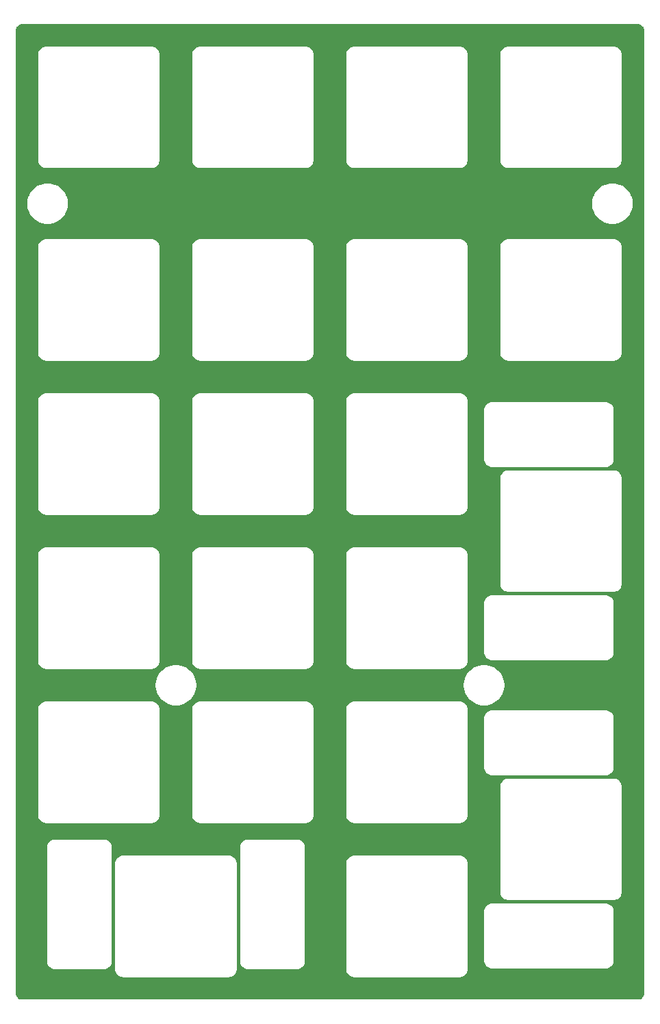
<source format=gbr>
%TF.GenerationSoftware,KiCad,Pcbnew,(6.0.1)*%
%TF.CreationDate,2022-04-10T22:50:01-04:00*%
%TF.ProjectId,plate,706c6174-652e-46b6-9963-61645f706362,rev?*%
%TF.SameCoordinates,Original*%
%TF.FileFunction,Copper,L2,Bot*%
%TF.FilePolarity,Positive*%
%FSLAX46Y46*%
G04 Gerber Fmt 4.6, Leading zero omitted, Abs format (unit mm)*
G04 Created by KiCad (PCBNEW (6.0.1)) date 2022-04-10 22:50:01*
%MOMM*%
%LPD*%
G01*
G04 APERTURE LIST*
G04 APERTURE END LIST*
%TA.AperFunction,NonConductor*%
G36*
X115857556Y-38926999D02*
G01*
X115872357Y-38929304D01*
X115872360Y-38929304D01*
X115881229Y-38930685D01*
X115892227Y-38929247D01*
X115920910Y-38928790D01*
X116023806Y-38938924D01*
X116048030Y-38943743D01*
X116167232Y-38979903D01*
X116190052Y-38989355D01*
X116299899Y-39048069D01*
X116320437Y-39061792D01*
X116416722Y-39140811D01*
X116434187Y-39158276D01*
X116513206Y-39254561D01*
X116526929Y-39275099D01*
X116585643Y-39384946D01*
X116595095Y-39407766D01*
X116631255Y-39526968D01*
X116636074Y-39551194D01*
X116645543Y-39647333D01*
X116645091Y-39663375D01*
X116645804Y-39663384D01*
X116645694Y-39672357D01*
X116644313Y-39681229D01*
X116645477Y-39690131D01*
X116645477Y-39690134D01*
X116648435Y-39712750D01*
X116649499Y-39729088D01*
X116649499Y-158700671D01*
X116647999Y-158720055D01*
X116644313Y-158743729D01*
X116645751Y-158754727D01*
X116646208Y-158783411D01*
X116636074Y-158886304D01*
X116631255Y-158910530D01*
X116595095Y-159029732D01*
X116585643Y-159052552D01*
X116526929Y-159162399D01*
X116513206Y-159182937D01*
X116434187Y-159279222D01*
X116416722Y-159296687D01*
X116320437Y-159375706D01*
X116299899Y-159389429D01*
X116190052Y-159448143D01*
X116167232Y-159457595D01*
X116048030Y-159493755D01*
X116023806Y-159498574D01*
X115927662Y-159508043D01*
X115911623Y-159507591D01*
X115911614Y-159508304D01*
X115902641Y-159508194D01*
X115893769Y-159506813D01*
X115884867Y-159507977D01*
X115884864Y-159507977D01*
X115862248Y-159510935D01*
X115845910Y-159511999D01*
X39736827Y-159511999D01*
X39717442Y-159510499D01*
X39702641Y-159508194D01*
X39702638Y-159508194D01*
X39693769Y-159506813D01*
X39682771Y-159508251D01*
X39654088Y-159508708D01*
X39551192Y-159498574D01*
X39526968Y-159493755D01*
X39407766Y-159457595D01*
X39384946Y-159448143D01*
X39275099Y-159389429D01*
X39254561Y-159375706D01*
X39158276Y-159296687D01*
X39140811Y-159279222D01*
X39061792Y-159182937D01*
X39048069Y-159162399D01*
X38989355Y-159052552D01*
X38979903Y-159029732D01*
X38943743Y-158910530D01*
X38938924Y-158886304D01*
X38929455Y-158790165D01*
X38929907Y-158774123D01*
X38929194Y-158774114D01*
X38929304Y-158765141D01*
X38930685Y-158756269D01*
X38929046Y-158743729D01*
X38926563Y-158724748D01*
X38925499Y-158708410D01*
X38925499Y-154725001D01*
X42786276Y-154725001D01*
X42786965Y-154729808D01*
X42786965Y-154729815D01*
X42789315Y-154746220D01*
X42790109Y-154753102D01*
X42803023Y-154900707D01*
X42804447Y-154906021D01*
X42804447Y-154906022D01*
X42826696Y-154989055D01*
X42848672Y-155071073D01*
X42850994Y-155076053D01*
X42850995Y-155076055D01*
X42884745Y-155148430D01*
X42923213Y-155230925D01*
X43024378Y-155375404D01*
X43149096Y-155500122D01*
X43293575Y-155601287D01*
X43298553Y-155603608D01*
X43298556Y-155603610D01*
X43400664Y-155651224D01*
X43453427Y-155675828D01*
X43458735Y-155677250D01*
X43458737Y-155677251D01*
X43618478Y-155720053D01*
X43618479Y-155720053D01*
X43623793Y-155721477D01*
X43629279Y-155721957D01*
X43629285Y-155721958D01*
X43753268Y-155732806D01*
X43763191Y-155734072D01*
X43782167Y-155737265D01*
X43782172Y-155737265D01*
X43786960Y-155738071D01*
X43793259Y-155738148D01*
X43794640Y-155738165D01*
X43794644Y-155738165D01*
X43799499Y-155738224D01*
X43827087Y-155734273D01*
X43844950Y-155733000D01*
X49746294Y-155733000D01*
X49767198Y-155734746D01*
X49786962Y-155738071D01*
X49793320Y-155738149D01*
X49794643Y-155738165D01*
X49794647Y-155738165D01*
X49799501Y-155738224D01*
X49804308Y-155737535D01*
X49804315Y-155737535D01*
X49820720Y-155735185D01*
X49827602Y-155734391D01*
X49861495Y-155731426D01*
X49934929Y-155725001D01*
X51224276Y-155725001D01*
X51224965Y-155729808D01*
X51224965Y-155729815D01*
X51227315Y-155746220D01*
X51228109Y-155753102D01*
X51241023Y-155900707D01*
X51286672Y-156071073D01*
X51361213Y-156230925D01*
X51462378Y-156375404D01*
X51587096Y-156500122D01*
X51731575Y-156601287D01*
X51736553Y-156603608D01*
X51736556Y-156603610D01*
X51886445Y-156673505D01*
X51891427Y-156675828D01*
X51896735Y-156677250D01*
X51896737Y-156677251D01*
X52056478Y-156720053D01*
X52056479Y-156720053D01*
X52061793Y-156721477D01*
X52067279Y-156721957D01*
X52067285Y-156721958D01*
X52191268Y-156732806D01*
X52201191Y-156734072D01*
X52220167Y-156737265D01*
X52220172Y-156737265D01*
X52224960Y-156738071D01*
X52231259Y-156738148D01*
X52232640Y-156738165D01*
X52232644Y-156738165D01*
X52237499Y-156738224D01*
X52265087Y-156734273D01*
X52282950Y-156733000D01*
X65184294Y-156733000D01*
X65205198Y-156734746D01*
X65224962Y-156738071D01*
X65231320Y-156738149D01*
X65232643Y-156738165D01*
X65232647Y-156738165D01*
X65237501Y-156738224D01*
X65242308Y-156737535D01*
X65242315Y-156737535D01*
X65258720Y-156735185D01*
X65265602Y-156734391D01*
X65299495Y-156731426D01*
X65413207Y-156721477D01*
X65418521Y-156720053D01*
X65418522Y-156720053D01*
X65578263Y-156677251D01*
X65578265Y-156677250D01*
X65583573Y-156675828D01*
X65588555Y-156673505D01*
X65738444Y-156603610D01*
X65738447Y-156603608D01*
X65743425Y-156601287D01*
X65887904Y-156500122D01*
X66012622Y-156375404D01*
X66113787Y-156230925D01*
X66188328Y-156071073D01*
X66233977Y-155900707D01*
X66234458Y-155895215D01*
X66245306Y-155771232D01*
X66246572Y-155761309D01*
X66249765Y-155742333D01*
X66249765Y-155742328D01*
X66250571Y-155737540D01*
X66250724Y-155725001D01*
X66246773Y-155697413D01*
X66245500Y-155679550D01*
X66245500Y-154725001D01*
X66662276Y-154725001D01*
X66662965Y-154729808D01*
X66662965Y-154729815D01*
X66665315Y-154746220D01*
X66666109Y-154753102D01*
X66679023Y-154900707D01*
X66680447Y-154906021D01*
X66680447Y-154906022D01*
X66702696Y-154989055D01*
X66724672Y-155071073D01*
X66726994Y-155076053D01*
X66726995Y-155076055D01*
X66760745Y-155148430D01*
X66799213Y-155230925D01*
X66900378Y-155375404D01*
X67025096Y-155500122D01*
X67169575Y-155601287D01*
X67174553Y-155603608D01*
X67174556Y-155603610D01*
X67276664Y-155651224D01*
X67329427Y-155675828D01*
X67334735Y-155677250D01*
X67334737Y-155677251D01*
X67494478Y-155720053D01*
X67494479Y-155720053D01*
X67499793Y-155721477D01*
X67505279Y-155721957D01*
X67505285Y-155721958D01*
X67629268Y-155732806D01*
X67639191Y-155734072D01*
X67658167Y-155737265D01*
X67658172Y-155737265D01*
X67662960Y-155738071D01*
X67669259Y-155738148D01*
X67670640Y-155738165D01*
X67670644Y-155738165D01*
X67675499Y-155738224D01*
X67703087Y-155734273D01*
X67720950Y-155733000D01*
X73622294Y-155733000D01*
X73643198Y-155734746D01*
X73662962Y-155738071D01*
X73669320Y-155738149D01*
X73670643Y-155738165D01*
X73670647Y-155738165D01*
X73675501Y-155738224D01*
X73680308Y-155737535D01*
X73680315Y-155737535D01*
X73696720Y-155735185D01*
X73703602Y-155734391D01*
X73737495Y-155731426D01*
X73810929Y-155725001D01*
X79799276Y-155725001D01*
X79799965Y-155729808D01*
X79799965Y-155729815D01*
X79802315Y-155746220D01*
X79803109Y-155753102D01*
X79816023Y-155900707D01*
X79861672Y-156071073D01*
X79936213Y-156230925D01*
X80037378Y-156375404D01*
X80162096Y-156500122D01*
X80306575Y-156601287D01*
X80311553Y-156603608D01*
X80311556Y-156603610D01*
X80461445Y-156673505D01*
X80466427Y-156675828D01*
X80471735Y-156677250D01*
X80471737Y-156677251D01*
X80631478Y-156720053D01*
X80631479Y-156720053D01*
X80636793Y-156721477D01*
X80642279Y-156721957D01*
X80642285Y-156721958D01*
X80766268Y-156732806D01*
X80776191Y-156734072D01*
X80795167Y-156737265D01*
X80795172Y-156737265D01*
X80799960Y-156738071D01*
X80806259Y-156738148D01*
X80807640Y-156738165D01*
X80807644Y-156738165D01*
X80812499Y-156738224D01*
X80840087Y-156734273D01*
X80857950Y-156733000D01*
X93759294Y-156733000D01*
X93780198Y-156734746D01*
X93799962Y-156738071D01*
X93806320Y-156738149D01*
X93807643Y-156738165D01*
X93807647Y-156738165D01*
X93812501Y-156738224D01*
X93817308Y-156737535D01*
X93817315Y-156737535D01*
X93833720Y-156735185D01*
X93840602Y-156734391D01*
X93874495Y-156731426D01*
X93988207Y-156721477D01*
X93993521Y-156720053D01*
X93993522Y-156720053D01*
X94153263Y-156677251D01*
X94153265Y-156677250D01*
X94158573Y-156675828D01*
X94163555Y-156673505D01*
X94313444Y-156603610D01*
X94313447Y-156603608D01*
X94318425Y-156601287D01*
X94462904Y-156500122D01*
X94587622Y-156375404D01*
X94688787Y-156230925D01*
X94763328Y-156071073D01*
X94808977Y-155900707D01*
X94809458Y-155895215D01*
X94820306Y-155771232D01*
X94821572Y-155761309D01*
X94824765Y-155742333D01*
X94824765Y-155742328D01*
X94825571Y-155737540D01*
X94825724Y-155725001D01*
X94821773Y-155697413D01*
X94820500Y-155679550D01*
X94820500Y-154638001D01*
X96849276Y-154638001D01*
X96849965Y-154642808D01*
X96849965Y-154642815D01*
X96852315Y-154659220D01*
X96853109Y-154666102D01*
X96855071Y-154688524D01*
X96866023Y-154813707D01*
X96911672Y-154984073D01*
X96986213Y-155143925D01*
X97087378Y-155288404D01*
X97212096Y-155413122D01*
X97356575Y-155514287D01*
X97361553Y-155516608D01*
X97361556Y-155516610D01*
X97511445Y-155586505D01*
X97516427Y-155588828D01*
X97521735Y-155590250D01*
X97521737Y-155590251D01*
X97681478Y-155633053D01*
X97681479Y-155633053D01*
X97686793Y-155634477D01*
X97692279Y-155634957D01*
X97692285Y-155634958D01*
X97816268Y-155645806D01*
X97826191Y-155647072D01*
X97845167Y-155650265D01*
X97845172Y-155650265D01*
X97849960Y-155651071D01*
X97856259Y-155651148D01*
X97857640Y-155651165D01*
X97857644Y-155651165D01*
X97862499Y-155651224D01*
X97890087Y-155647273D01*
X97907950Y-155646000D01*
X111809294Y-155646000D01*
X111830198Y-155647746D01*
X111849962Y-155651071D01*
X111856320Y-155651149D01*
X111857643Y-155651165D01*
X111857647Y-155651165D01*
X111862501Y-155651224D01*
X111867308Y-155650535D01*
X111867315Y-155650535D01*
X111883720Y-155648185D01*
X111890602Y-155647391D01*
X111924495Y-155644426D01*
X112038207Y-155634477D01*
X112043521Y-155633053D01*
X112043522Y-155633053D01*
X112203263Y-155590251D01*
X112203265Y-155590250D01*
X112208573Y-155588828D01*
X112213555Y-155586505D01*
X112363444Y-155516610D01*
X112363447Y-155516608D01*
X112368425Y-155514287D01*
X112512904Y-155413122D01*
X112637622Y-155288404D01*
X112738787Y-155143925D01*
X112813328Y-154984073D01*
X112858977Y-154813707D01*
X112859458Y-154808215D01*
X112870306Y-154684232D01*
X112871572Y-154674309D01*
X112874765Y-154655333D01*
X112874765Y-154655328D01*
X112875571Y-154650540D01*
X112875724Y-154638001D01*
X112871773Y-154610413D01*
X112870500Y-154592550D01*
X112870500Y-148691206D01*
X112872246Y-148670302D01*
X112874764Y-148655334D01*
X112875571Y-148650538D01*
X112875724Y-148637999D01*
X112875035Y-148633192D01*
X112875035Y-148633185D01*
X112872685Y-148616780D01*
X112871891Y-148609898D01*
X112859456Y-148467773D01*
X112858977Y-148462293D01*
X112813328Y-148291927D01*
X112738787Y-148132075D01*
X112637622Y-147987596D01*
X112512904Y-147862878D01*
X112368425Y-147761713D01*
X112363447Y-147759392D01*
X112363444Y-147759390D01*
X112213555Y-147689495D01*
X112213553Y-147689494D01*
X112208573Y-147687172D01*
X112203265Y-147685750D01*
X112203263Y-147685749D01*
X112043522Y-147642947D01*
X112043521Y-147642947D01*
X112038207Y-147641523D01*
X112032721Y-147641043D01*
X112032715Y-147641042D01*
X111908732Y-147630194D01*
X111898809Y-147628928D01*
X111879833Y-147625735D01*
X111879828Y-147625735D01*
X111875040Y-147624929D01*
X111868741Y-147624852D01*
X111867360Y-147624835D01*
X111867356Y-147624835D01*
X111862501Y-147624776D01*
X111838216Y-147628254D01*
X111834913Y-147628727D01*
X111817050Y-147630000D01*
X97915706Y-147630000D01*
X97894802Y-147628254D01*
X97891636Y-147627721D01*
X97875038Y-147624929D01*
X97868680Y-147624851D01*
X97867357Y-147624835D01*
X97867353Y-147624835D01*
X97862499Y-147624776D01*
X97857692Y-147625465D01*
X97857685Y-147625465D01*
X97841280Y-147627815D01*
X97834398Y-147628609D01*
X97800505Y-147631574D01*
X97686793Y-147641523D01*
X97681479Y-147642947D01*
X97681478Y-147642947D01*
X97521737Y-147685749D01*
X97521735Y-147685750D01*
X97516427Y-147687172D01*
X97511447Y-147689494D01*
X97511445Y-147689495D01*
X97361556Y-147759390D01*
X97361553Y-147759392D01*
X97356575Y-147761713D01*
X97212096Y-147862878D01*
X97087378Y-147987596D01*
X96986213Y-148132075D01*
X96911672Y-148291927D01*
X96866023Y-148462293D01*
X96865544Y-148467773D01*
X96865542Y-148467785D01*
X96854694Y-148591768D01*
X96853428Y-148601691D01*
X96849429Y-148625460D01*
X96849276Y-148637999D01*
X96851065Y-148650491D01*
X96853227Y-148665587D01*
X96854500Y-148683450D01*
X96854500Y-154584794D01*
X96852754Y-154605698D01*
X96849429Y-154625462D01*
X96849276Y-154638001D01*
X94820500Y-154638001D01*
X94820500Y-146200001D01*
X98849276Y-146200001D01*
X98849965Y-146204808D01*
X98849965Y-146204815D01*
X98852315Y-146221220D01*
X98853109Y-146228102D01*
X98866023Y-146375707D01*
X98911672Y-146546073D01*
X98986213Y-146705925D01*
X99087378Y-146850404D01*
X99212096Y-146975122D01*
X99356575Y-147076287D01*
X99361553Y-147078608D01*
X99361556Y-147078610D01*
X99511445Y-147148505D01*
X99516427Y-147150828D01*
X99521735Y-147152250D01*
X99521737Y-147152251D01*
X99681478Y-147195053D01*
X99681479Y-147195053D01*
X99686793Y-147196477D01*
X99692279Y-147196957D01*
X99692285Y-147196958D01*
X99816268Y-147207806D01*
X99826191Y-147209072D01*
X99845167Y-147212265D01*
X99845172Y-147212265D01*
X99849960Y-147213071D01*
X99856259Y-147213148D01*
X99857640Y-147213165D01*
X99857644Y-147213165D01*
X99862499Y-147213224D01*
X99890087Y-147209273D01*
X99907950Y-147208000D01*
X112809294Y-147208000D01*
X112830198Y-147209746D01*
X112849962Y-147213071D01*
X112856320Y-147213149D01*
X112857643Y-147213165D01*
X112857647Y-147213165D01*
X112862501Y-147213224D01*
X112867308Y-147212535D01*
X112867315Y-147212535D01*
X112883720Y-147210185D01*
X112890602Y-147209391D01*
X112924495Y-147206426D01*
X113038207Y-147196477D01*
X113043521Y-147195053D01*
X113043522Y-147195053D01*
X113203263Y-147152251D01*
X113203265Y-147152250D01*
X113208573Y-147150828D01*
X113213555Y-147148505D01*
X113363444Y-147078610D01*
X113363447Y-147078608D01*
X113368425Y-147076287D01*
X113512904Y-146975122D01*
X113637622Y-146850404D01*
X113738787Y-146705925D01*
X113813328Y-146546073D01*
X113858977Y-146375707D01*
X113859458Y-146370215D01*
X113870306Y-146246232D01*
X113871572Y-146236309D01*
X113874765Y-146217333D01*
X113874765Y-146217328D01*
X113875571Y-146212540D01*
X113875724Y-146200001D01*
X113871773Y-146172413D01*
X113870500Y-146154550D01*
X113870500Y-133253206D01*
X113872246Y-133232302D01*
X113874764Y-133217334D01*
X113875571Y-133212538D01*
X113875724Y-133199999D01*
X113875035Y-133195192D01*
X113875035Y-133195185D01*
X113872685Y-133178780D01*
X113871891Y-133171898D01*
X113859456Y-133029773D01*
X113858977Y-133024293D01*
X113813328Y-132853927D01*
X113738787Y-132694075D01*
X113637622Y-132549596D01*
X113512904Y-132424878D01*
X113368425Y-132323713D01*
X113363447Y-132321392D01*
X113363444Y-132321390D01*
X113213555Y-132251495D01*
X113213553Y-132251494D01*
X113208573Y-132249172D01*
X113203265Y-132247750D01*
X113203263Y-132247749D01*
X113043522Y-132204947D01*
X113043521Y-132204947D01*
X113038207Y-132203523D01*
X113032721Y-132203043D01*
X113032715Y-132203042D01*
X112908732Y-132192194D01*
X112898809Y-132190928D01*
X112879833Y-132187735D01*
X112879828Y-132187735D01*
X112875040Y-132186929D01*
X112868741Y-132186852D01*
X112867360Y-132186835D01*
X112867356Y-132186835D01*
X112862501Y-132186776D01*
X112838216Y-132190254D01*
X112834913Y-132190727D01*
X112817050Y-132192000D01*
X99915706Y-132192000D01*
X99894802Y-132190254D01*
X99891636Y-132189721D01*
X99875038Y-132186929D01*
X99868680Y-132186851D01*
X99867357Y-132186835D01*
X99867353Y-132186835D01*
X99862499Y-132186776D01*
X99857692Y-132187465D01*
X99857685Y-132187465D01*
X99841280Y-132189815D01*
X99834398Y-132190609D01*
X99800505Y-132193574D01*
X99686793Y-132203523D01*
X99681479Y-132204947D01*
X99681478Y-132204947D01*
X99521737Y-132247749D01*
X99521735Y-132247750D01*
X99516427Y-132249172D01*
X99511447Y-132251494D01*
X99511445Y-132251495D01*
X99361556Y-132321390D01*
X99361553Y-132321392D01*
X99356575Y-132323713D01*
X99212096Y-132424878D01*
X99087378Y-132549596D01*
X98986213Y-132694075D01*
X98911672Y-132853927D01*
X98866023Y-133024293D01*
X98865544Y-133029773D01*
X98865542Y-133029785D01*
X98854694Y-133153768D01*
X98853428Y-133163691D01*
X98849429Y-133187460D01*
X98849276Y-133199999D01*
X98851065Y-133212491D01*
X98853227Y-133227587D01*
X98854500Y-133245450D01*
X98854500Y-146146794D01*
X98852754Y-146167698D01*
X98849429Y-146187462D01*
X98849276Y-146200001D01*
X94820500Y-146200001D01*
X94820500Y-142778206D01*
X94822246Y-142757302D01*
X94824764Y-142742334D01*
X94825571Y-142737538D01*
X94825724Y-142724999D01*
X94825035Y-142720192D01*
X94825035Y-142720185D01*
X94822685Y-142703780D01*
X94821891Y-142696898D01*
X94809456Y-142554773D01*
X94808977Y-142549293D01*
X94763328Y-142378927D01*
X94688787Y-142219075D01*
X94587622Y-142074596D01*
X94462904Y-141949878D01*
X94318425Y-141848713D01*
X94313447Y-141846392D01*
X94313444Y-141846390D01*
X94163555Y-141776495D01*
X94163553Y-141776494D01*
X94158573Y-141774172D01*
X94153265Y-141772750D01*
X94153263Y-141772749D01*
X93993522Y-141729947D01*
X93993521Y-141729947D01*
X93988207Y-141728523D01*
X93982721Y-141728043D01*
X93982715Y-141728042D01*
X93858732Y-141717194D01*
X93848809Y-141715928D01*
X93829833Y-141712735D01*
X93829828Y-141712735D01*
X93825040Y-141711929D01*
X93818741Y-141711852D01*
X93817360Y-141711835D01*
X93817356Y-141711835D01*
X93812501Y-141711776D01*
X93788216Y-141715254D01*
X93784913Y-141715727D01*
X93767050Y-141717000D01*
X80865706Y-141717000D01*
X80844802Y-141715254D01*
X80841636Y-141714721D01*
X80825038Y-141711929D01*
X80818680Y-141711851D01*
X80817357Y-141711835D01*
X80817353Y-141711835D01*
X80812499Y-141711776D01*
X80807692Y-141712465D01*
X80807685Y-141712465D01*
X80791280Y-141714815D01*
X80784398Y-141715609D01*
X80750505Y-141718574D01*
X80636793Y-141728523D01*
X80631479Y-141729947D01*
X80631478Y-141729947D01*
X80471737Y-141772749D01*
X80471735Y-141772750D01*
X80466427Y-141774172D01*
X80461447Y-141776494D01*
X80461445Y-141776495D01*
X80311556Y-141846390D01*
X80311553Y-141846392D01*
X80306575Y-141848713D01*
X80162096Y-141949878D01*
X80037378Y-142074596D01*
X79936213Y-142219075D01*
X79861672Y-142378927D01*
X79816023Y-142549293D01*
X79815544Y-142554773D01*
X79815542Y-142554785D01*
X79804694Y-142678768D01*
X79803428Y-142688691D01*
X79799429Y-142712460D01*
X79799276Y-142724999D01*
X79801065Y-142737491D01*
X79803227Y-142752587D01*
X79804500Y-142770450D01*
X79804500Y-155671794D01*
X79802754Y-155692698D01*
X79799429Y-155712462D01*
X79799276Y-155725001D01*
X73810929Y-155725001D01*
X73851207Y-155721477D01*
X73856521Y-155720053D01*
X73856522Y-155720053D01*
X74016263Y-155677251D01*
X74016265Y-155677250D01*
X74021573Y-155675828D01*
X74074336Y-155651224D01*
X74176444Y-155603610D01*
X74176447Y-155603608D01*
X74181425Y-155601287D01*
X74325904Y-155500122D01*
X74450622Y-155375404D01*
X74551787Y-155230925D01*
X74590256Y-155148430D01*
X74624005Y-155076055D01*
X74624006Y-155076053D01*
X74626328Y-155071073D01*
X74648305Y-154989055D01*
X74670553Y-154906022D01*
X74670553Y-154906021D01*
X74671977Y-154900707D01*
X74672458Y-154895215D01*
X74683306Y-154771232D01*
X74684572Y-154761309D01*
X74687765Y-154742333D01*
X74687765Y-154742328D01*
X74688571Y-154737540D01*
X74688724Y-154725001D01*
X74684773Y-154697413D01*
X74683500Y-154679550D01*
X74683500Y-140778206D01*
X74685246Y-140757302D01*
X74687764Y-140742334D01*
X74688571Y-140737538D01*
X74688724Y-140724999D01*
X74688035Y-140720192D01*
X74688035Y-140720185D01*
X74685685Y-140703780D01*
X74684891Y-140696898D01*
X74672456Y-140554773D01*
X74671977Y-140549293D01*
X74626328Y-140378927D01*
X74551787Y-140219075D01*
X74450622Y-140074596D01*
X74325904Y-139949878D01*
X74181425Y-139848713D01*
X74176447Y-139846392D01*
X74176444Y-139846390D01*
X74026555Y-139776495D01*
X74026553Y-139776494D01*
X74021573Y-139774172D01*
X74016265Y-139772750D01*
X74016263Y-139772749D01*
X73856522Y-139729947D01*
X73856521Y-139729947D01*
X73851207Y-139728523D01*
X73845721Y-139728043D01*
X73845715Y-139728042D01*
X73721732Y-139717194D01*
X73711809Y-139715928D01*
X73692833Y-139712735D01*
X73692828Y-139712735D01*
X73688040Y-139711929D01*
X73681741Y-139711852D01*
X73680360Y-139711835D01*
X73680356Y-139711835D01*
X73675501Y-139711776D01*
X73651216Y-139715254D01*
X73647913Y-139715727D01*
X73630050Y-139717000D01*
X67728706Y-139717000D01*
X67707802Y-139715254D01*
X67704636Y-139714721D01*
X67688038Y-139711929D01*
X67681680Y-139711851D01*
X67680357Y-139711835D01*
X67680353Y-139711835D01*
X67675499Y-139711776D01*
X67670692Y-139712465D01*
X67670685Y-139712465D01*
X67654280Y-139714815D01*
X67647398Y-139715609D01*
X67613505Y-139718574D01*
X67499793Y-139728523D01*
X67494479Y-139729947D01*
X67494478Y-139729947D01*
X67334737Y-139772749D01*
X67334735Y-139772750D01*
X67329427Y-139774172D01*
X67324447Y-139776494D01*
X67324445Y-139776495D01*
X67174556Y-139846390D01*
X67174553Y-139846392D01*
X67169575Y-139848713D01*
X67025096Y-139949878D01*
X66900378Y-140074596D01*
X66799213Y-140219075D01*
X66724672Y-140378927D01*
X66679023Y-140549293D01*
X66678544Y-140554773D01*
X66678542Y-140554785D01*
X66667694Y-140678768D01*
X66666428Y-140688691D01*
X66662429Y-140712460D01*
X66662276Y-140724999D01*
X66664065Y-140737491D01*
X66666227Y-140752587D01*
X66667500Y-140770450D01*
X66667500Y-154671794D01*
X66665754Y-154692698D01*
X66662429Y-154712462D01*
X66662276Y-154725001D01*
X66245500Y-154725001D01*
X66245500Y-142778206D01*
X66247246Y-142757302D01*
X66249764Y-142742334D01*
X66250571Y-142737538D01*
X66250724Y-142724999D01*
X66250035Y-142720192D01*
X66250035Y-142720185D01*
X66247685Y-142703780D01*
X66246891Y-142696898D01*
X66234456Y-142554773D01*
X66233977Y-142549293D01*
X66188328Y-142378927D01*
X66113787Y-142219075D01*
X66012622Y-142074596D01*
X65887904Y-141949878D01*
X65743425Y-141848713D01*
X65738447Y-141846392D01*
X65738444Y-141846390D01*
X65588555Y-141776495D01*
X65588553Y-141776494D01*
X65583573Y-141774172D01*
X65578265Y-141772750D01*
X65578263Y-141772749D01*
X65418522Y-141729947D01*
X65418521Y-141729947D01*
X65413207Y-141728523D01*
X65407721Y-141728043D01*
X65407715Y-141728042D01*
X65283732Y-141717194D01*
X65273809Y-141715928D01*
X65254833Y-141712735D01*
X65254828Y-141712735D01*
X65250040Y-141711929D01*
X65243741Y-141711852D01*
X65242360Y-141711835D01*
X65242356Y-141711835D01*
X65237501Y-141711776D01*
X65213216Y-141715254D01*
X65209913Y-141715727D01*
X65192050Y-141717000D01*
X52290706Y-141717000D01*
X52269802Y-141715254D01*
X52266636Y-141714721D01*
X52250038Y-141711929D01*
X52243680Y-141711851D01*
X52242357Y-141711835D01*
X52242353Y-141711835D01*
X52237499Y-141711776D01*
X52232692Y-141712465D01*
X52232685Y-141712465D01*
X52216280Y-141714815D01*
X52209398Y-141715609D01*
X52175505Y-141718574D01*
X52061793Y-141728523D01*
X52056479Y-141729947D01*
X52056478Y-141729947D01*
X51896737Y-141772749D01*
X51896735Y-141772750D01*
X51891427Y-141774172D01*
X51886447Y-141776494D01*
X51886445Y-141776495D01*
X51736556Y-141846390D01*
X51736553Y-141846392D01*
X51731575Y-141848713D01*
X51587096Y-141949878D01*
X51462378Y-142074596D01*
X51361213Y-142219075D01*
X51286672Y-142378927D01*
X51241023Y-142549293D01*
X51240544Y-142554773D01*
X51240542Y-142554785D01*
X51229694Y-142678768D01*
X51228428Y-142688691D01*
X51224429Y-142712460D01*
X51224276Y-142724999D01*
X51226065Y-142737491D01*
X51228227Y-142752587D01*
X51229500Y-142770450D01*
X51229500Y-155671794D01*
X51227754Y-155692698D01*
X51224429Y-155712462D01*
X51224276Y-155725001D01*
X49934929Y-155725001D01*
X49975207Y-155721477D01*
X49980521Y-155720053D01*
X49980522Y-155720053D01*
X50140263Y-155677251D01*
X50140265Y-155677250D01*
X50145573Y-155675828D01*
X50198336Y-155651224D01*
X50300444Y-155603610D01*
X50300447Y-155603608D01*
X50305425Y-155601287D01*
X50449904Y-155500122D01*
X50574622Y-155375404D01*
X50675787Y-155230925D01*
X50714256Y-155148430D01*
X50748005Y-155076055D01*
X50748006Y-155076053D01*
X50750328Y-155071073D01*
X50772305Y-154989055D01*
X50794553Y-154906022D01*
X50794553Y-154906021D01*
X50795977Y-154900707D01*
X50796458Y-154895215D01*
X50807306Y-154771232D01*
X50808572Y-154761309D01*
X50811765Y-154742333D01*
X50811765Y-154742328D01*
X50812571Y-154737540D01*
X50812724Y-154725001D01*
X50808773Y-154697413D01*
X50807500Y-154679550D01*
X50807500Y-140778206D01*
X50809246Y-140757302D01*
X50811764Y-140742334D01*
X50812571Y-140737538D01*
X50812724Y-140724999D01*
X50812035Y-140720192D01*
X50812035Y-140720185D01*
X50809685Y-140703780D01*
X50808891Y-140696898D01*
X50796456Y-140554773D01*
X50795977Y-140549293D01*
X50750328Y-140378927D01*
X50675787Y-140219075D01*
X50574622Y-140074596D01*
X50449904Y-139949878D01*
X50305425Y-139848713D01*
X50300447Y-139846392D01*
X50300444Y-139846390D01*
X50150555Y-139776495D01*
X50150553Y-139776494D01*
X50145573Y-139774172D01*
X50140265Y-139772750D01*
X50140263Y-139772749D01*
X49980522Y-139729947D01*
X49980521Y-139729947D01*
X49975207Y-139728523D01*
X49969721Y-139728043D01*
X49969715Y-139728042D01*
X49845732Y-139717194D01*
X49835809Y-139715928D01*
X49816833Y-139712735D01*
X49816828Y-139712735D01*
X49812040Y-139711929D01*
X49805741Y-139711852D01*
X49804360Y-139711835D01*
X49804356Y-139711835D01*
X49799501Y-139711776D01*
X49775216Y-139715254D01*
X49771913Y-139715727D01*
X49754050Y-139717000D01*
X43852706Y-139717000D01*
X43831802Y-139715254D01*
X43828636Y-139714721D01*
X43812038Y-139711929D01*
X43805680Y-139711851D01*
X43804357Y-139711835D01*
X43804353Y-139711835D01*
X43799499Y-139711776D01*
X43794692Y-139712465D01*
X43794685Y-139712465D01*
X43778280Y-139714815D01*
X43771398Y-139715609D01*
X43737505Y-139718574D01*
X43623793Y-139728523D01*
X43618479Y-139729947D01*
X43618478Y-139729947D01*
X43458737Y-139772749D01*
X43458735Y-139772750D01*
X43453427Y-139774172D01*
X43448447Y-139776494D01*
X43448445Y-139776495D01*
X43298556Y-139846390D01*
X43298553Y-139846392D01*
X43293575Y-139848713D01*
X43149096Y-139949878D01*
X43024378Y-140074596D01*
X42923213Y-140219075D01*
X42848672Y-140378927D01*
X42803023Y-140549293D01*
X42802544Y-140554773D01*
X42802542Y-140554785D01*
X42791694Y-140678768D01*
X42790428Y-140688691D01*
X42786429Y-140712460D01*
X42786276Y-140724999D01*
X42788065Y-140737491D01*
X42790227Y-140752587D01*
X42791500Y-140770450D01*
X42791500Y-154671794D01*
X42789754Y-154692698D01*
X42786429Y-154712462D01*
X42786276Y-154725001D01*
X38925499Y-154725001D01*
X38925499Y-136675001D01*
X41699276Y-136675001D01*
X41699965Y-136679808D01*
X41699965Y-136679815D01*
X41702315Y-136696220D01*
X41703109Y-136703102D01*
X41716023Y-136850707D01*
X41761672Y-137021073D01*
X41836213Y-137180925D01*
X41937378Y-137325404D01*
X42062096Y-137450122D01*
X42206575Y-137551287D01*
X42211553Y-137553608D01*
X42211556Y-137553610D01*
X42361445Y-137623505D01*
X42366427Y-137625828D01*
X42371735Y-137627250D01*
X42371737Y-137627251D01*
X42531478Y-137670053D01*
X42531479Y-137670053D01*
X42536793Y-137671477D01*
X42542279Y-137671957D01*
X42542285Y-137671958D01*
X42666268Y-137682806D01*
X42676191Y-137684072D01*
X42695167Y-137687265D01*
X42695172Y-137687265D01*
X42699960Y-137688071D01*
X42706259Y-137688148D01*
X42707640Y-137688165D01*
X42707644Y-137688165D01*
X42712499Y-137688224D01*
X42740087Y-137684273D01*
X42757950Y-137683000D01*
X55659294Y-137683000D01*
X55680198Y-137684746D01*
X55699962Y-137688071D01*
X55706320Y-137688149D01*
X55707643Y-137688165D01*
X55707647Y-137688165D01*
X55712501Y-137688224D01*
X55717308Y-137687535D01*
X55717315Y-137687535D01*
X55733720Y-137685185D01*
X55740602Y-137684391D01*
X55774495Y-137681426D01*
X55888207Y-137671477D01*
X55893521Y-137670053D01*
X55893522Y-137670053D01*
X56053263Y-137627251D01*
X56053265Y-137627250D01*
X56058573Y-137625828D01*
X56063555Y-137623505D01*
X56213444Y-137553610D01*
X56213447Y-137553608D01*
X56218425Y-137551287D01*
X56362904Y-137450122D01*
X56487622Y-137325404D01*
X56588787Y-137180925D01*
X56663328Y-137021073D01*
X56708977Y-136850707D01*
X56709458Y-136845215D01*
X56720306Y-136721232D01*
X56721572Y-136711309D01*
X56724765Y-136692333D01*
X56724765Y-136692328D01*
X56725571Y-136687540D01*
X56725724Y-136675001D01*
X60749276Y-136675001D01*
X60749965Y-136679808D01*
X60749965Y-136679815D01*
X60752315Y-136696220D01*
X60753109Y-136703102D01*
X60766023Y-136850707D01*
X60811672Y-137021073D01*
X60886213Y-137180925D01*
X60987378Y-137325404D01*
X61112096Y-137450122D01*
X61256575Y-137551287D01*
X61261553Y-137553608D01*
X61261556Y-137553610D01*
X61411445Y-137623505D01*
X61416427Y-137625828D01*
X61421735Y-137627250D01*
X61421737Y-137627251D01*
X61581478Y-137670053D01*
X61581479Y-137670053D01*
X61586793Y-137671477D01*
X61592279Y-137671957D01*
X61592285Y-137671958D01*
X61716268Y-137682806D01*
X61726191Y-137684072D01*
X61745167Y-137687265D01*
X61745172Y-137687265D01*
X61749960Y-137688071D01*
X61756259Y-137688148D01*
X61757640Y-137688165D01*
X61757644Y-137688165D01*
X61762499Y-137688224D01*
X61790087Y-137684273D01*
X61807950Y-137683000D01*
X74709294Y-137683000D01*
X74730198Y-137684746D01*
X74749962Y-137688071D01*
X74756320Y-137688149D01*
X74757643Y-137688165D01*
X74757647Y-137688165D01*
X74762501Y-137688224D01*
X74767308Y-137687535D01*
X74767315Y-137687535D01*
X74783720Y-137685185D01*
X74790602Y-137684391D01*
X74824495Y-137681426D01*
X74938207Y-137671477D01*
X74943521Y-137670053D01*
X74943522Y-137670053D01*
X75103263Y-137627251D01*
X75103265Y-137627250D01*
X75108573Y-137625828D01*
X75113555Y-137623505D01*
X75263444Y-137553610D01*
X75263447Y-137553608D01*
X75268425Y-137551287D01*
X75412904Y-137450122D01*
X75537622Y-137325404D01*
X75638787Y-137180925D01*
X75713328Y-137021073D01*
X75758977Y-136850707D01*
X75759458Y-136845215D01*
X75770306Y-136721232D01*
X75771572Y-136711309D01*
X75774765Y-136692333D01*
X75774765Y-136692328D01*
X75775571Y-136687540D01*
X75775724Y-136675001D01*
X79799276Y-136675001D01*
X79799965Y-136679808D01*
X79799965Y-136679815D01*
X79802315Y-136696220D01*
X79803109Y-136703102D01*
X79816023Y-136850707D01*
X79861672Y-137021073D01*
X79936213Y-137180925D01*
X80037378Y-137325404D01*
X80162096Y-137450122D01*
X80306575Y-137551287D01*
X80311553Y-137553608D01*
X80311556Y-137553610D01*
X80461445Y-137623505D01*
X80466427Y-137625828D01*
X80471735Y-137627250D01*
X80471737Y-137627251D01*
X80631478Y-137670053D01*
X80631479Y-137670053D01*
X80636793Y-137671477D01*
X80642279Y-137671957D01*
X80642285Y-137671958D01*
X80766268Y-137682806D01*
X80776191Y-137684072D01*
X80795167Y-137687265D01*
X80795172Y-137687265D01*
X80799960Y-137688071D01*
X80806259Y-137688148D01*
X80807640Y-137688165D01*
X80807644Y-137688165D01*
X80812499Y-137688224D01*
X80840087Y-137684273D01*
X80857950Y-137683000D01*
X93759294Y-137683000D01*
X93780198Y-137684746D01*
X93799962Y-137688071D01*
X93806320Y-137688149D01*
X93807643Y-137688165D01*
X93807647Y-137688165D01*
X93812501Y-137688224D01*
X93817308Y-137687535D01*
X93817315Y-137687535D01*
X93833720Y-137685185D01*
X93840602Y-137684391D01*
X93874495Y-137681426D01*
X93988207Y-137671477D01*
X93993521Y-137670053D01*
X93993522Y-137670053D01*
X94153263Y-137627251D01*
X94153265Y-137627250D01*
X94158573Y-137625828D01*
X94163555Y-137623505D01*
X94313444Y-137553610D01*
X94313447Y-137553608D01*
X94318425Y-137551287D01*
X94462904Y-137450122D01*
X94587622Y-137325404D01*
X94688787Y-137180925D01*
X94763328Y-137021073D01*
X94808977Y-136850707D01*
X94809458Y-136845215D01*
X94820306Y-136721232D01*
X94821572Y-136711309D01*
X94824765Y-136692333D01*
X94824765Y-136692328D01*
X94825571Y-136687540D01*
X94825724Y-136675001D01*
X94821773Y-136647413D01*
X94820500Y-136629550D01*
X94820500Y-130762001D01*
X96849276Y-130762001D01*
X96849965Y-130766808D01*
X96849965Y-130766815D01*
X96852315Y-130783220D01*
X96853109Y-130790102D01*
X96866023Y-130937707D01*
X96911672Y-131108073D01*
X96986213Y-131267925D01*
X97087378Y-131412404D01*
X97212096Y-131537122D01*
X97356575Y-131638287D01*
X97361553Y-131640608D01*
X97361556Y-131640610D01*
X97511445Y-131710505D01*
X97516427Y-131712828D01*
X97521735Y-131714250D01*
X97521737Y-131714251D01*
X97681478Y-131757053D01*
X97681479Y-131757053D01*
X97686793Y-131758477D01*
X97692279Y-131758957D01*
X97692285Y-131758958D01*
X97816268Y-131769806D01*
X97826191Y-131771072D01*
X97845167Y-131774265D01*
X97845172Y-131774265D01*
X97849960Y-131775071D01*
X97856259Y-131775148D01*
X97857640Y-131775165D01*
X97857644Y-131775165D01*
X97862499Y-131775224D01*
X97890087Y-131771273D01*
X97907950Y-131770000D01*
X111809294Y-131770000D01*
X111830198Y-131771746D01*
X111849962Y-131775071D01*
X111856320Y-131775149D01*
X111857643Y-131775165D01*
X111857647Y-131775165D01*
X111862501Y-131775224D01*
X111867308Y-131774535D01*
X111867315Y-131774535D01*
X111883720Y-131772185D01*
X111890602Y-131771391D01*
X111924495Y-131768426D01*
X112038207Y-131758477D01*
X112043521Y-131757053D01*
X112043522Y-131757053D01*
X112203263Y-131714251D01*
X112203265Y-131714250D01*
X112208573Y-131712828D01*
X112213555Y-131710505D01*
X112363444Y-131640610D01*
X112363447Y-131640608D01*
X112368425Y-131638287D01*
X112512904Y-131537122D01*
X112637622Y-131412404D01*
X112738787Y-131267925D01*
X112813328Y-131108073D01*
X112858977Y-130937707D01*
X112859458Y-130932215D01*
X112870306Y-130808232D01*
X112871572Y-130798309D01*
X112874765Y-130779333D01*
X112874765Y-130779328D01*
X112875571Y-130774540D01*
X112875724Y-130762001D01*
X112871773Y-130734413D01*
X112870500Y-130716550D01*
X112870500Y-124815206D01*
X112872246Y-124794302D01*
X112874764Y-124779334D01*
X112875571Y-124774538D01*
X112875724Y-124761999D01*
X112875035Y-124757192D01*
X112875035Y-124757185D01*
X112872685Y-124740780D01*
X112871891Y-124733898D01*
X112859456Y-124591773D01*
X112858977Y-124586293D01*
X112813328Y-124415927D01*
X112738787Y-124256075D01*
X112637622Y-124111596D01*
X112512904Y-123986878D01*
X112368425Y-123885713D01*
X112363447Y-123883392D01*
X112363444Y-123883390D01*
X112213555Y-123813495D01*
X112213553Y-123813494D01*
X112208573Y-123811172D01*
X112203265Y-123809750D01*
X112203263Y-123809749D01*
X112043522Y-123766947D01*
X112043521Y-123766947D01*
X112038207Y-123765523D01*
X112032721Y-123765043D01*
X112032715Y-123765042D01*
X111908732Y-123754194D01*
X111898809Y-123752928D01*
X111879833Y-123749735D01*
X111879828Y-123749735D01*
X111875040Y-123748929D01*
X111868741Y-123748852D01*
X111867360Y-123748835D01*
X111867356Y-123748835D01*
X111862501Y-123748776D01*
X111838216Y-123752254D01*
X111834913Y-123752727D01*
X111817050Y-123754000D01*
X97915706Y-123754000D01*
X97894802Y-123752254D01*
X97891636Y-123751721D01*
X97875038Y-123748929D01*
X97868680Y-123748851D01*
X97867357Y-123748835D01*
X97867353Y-123748835D01*
X97862499Y-123748776D01*
X97857692Y-123749465D01*
X97857685Y-123749465D01*
X97841280Y-123751815D01*
X97834398Y-123752609D01*
X97800505Y-123755574D01*
X97686793Y-123765523D01*
X97681479Y-123766947D01*
X97681478Y-123766947D01*
X97521737Y-123809749D01*
X97521735Y-123809750D01*
X97516427Y-123811172D01*
X97511447Y-123813494D01*
X97511445Y-123813495D01*
X97361556Y-123883390D01*
X97361553Y-123883392D01*
X97356575Y-123885713D01*
X97212096Y-123986878D01*
X97087378Y-124111596D01*
X96986213Y-124256075D01*
X96911672Y-124415927D01*
X96866023Y-124586293D01*
X96865544Y-124591773D01*
X96865542Y-124591785D01*
X96854694Y-124715768D01*
X96853428Y-124725691D01*
X96849429Y-124749460D01*
X96849276Y-124761999D01*
X96851065Y-124774491D01*
X96853227Y-124789587D01*
X96854500Y-124807450D01*
X96854500Y-130708794D01*
X96852754Y-130729698D01*
X96849429Y-130749462D01*
X96849276Y-130762001D01*
X94820500Y-130762001D01*
X94820500Y-123728206D01*
X94822246Y-123707302D01*
X94824764Y-123692334D01*
X94825571Y-123687538D01*
X94825724Y-123674999D01*
X94825035Y-123670192D01*
X94825035Y-123670185D01*
X94822685Y-123653780D01*
X94821891Y-123646898D01*
X94809456Y-123504773D01*
X94808977Y-123499293D01*
X94763328Y-123328927D01*
X94688787Y-123169075D01*
X94587622Y-123024596D01*
X94462904Y-122899878D01*
X94318425Y-122798713D01*
X94313447Y-122796392D01*
X94313444Y-122796390D01*
X94163555Y-122726495D01*
X94163553Y-122726494D01*
X94158573Y-122724172D01*
X94153265Y-122722750D01*
X94153263Y-122722749D01*
X93993522Y-122679947D01*
X93993521Y-122679947D01*
X93988207Y-122678523D01*
X93982721Y-122678043D01*
X93982715Y-122678042D01*
X93858732Y-122667194D01*
X93848809Y-122665928D01*
X93829833Y-122662735D01*
X93829828Y-122662735D01*
X93825040Y-122661929D01*
X93818741Y-122661852D01*
X93817360Y-122661835D01*
X93817356Y-122661835D01*
X93812501Y-122661776D01*
X93788216Y-122665254D01*
X93784913Y-122665727D01*
X93767050Y-122667000D01*
X80865706Y-122667000D01*
X80844802Y-122665254D01*
X80841636Y-122664721D01*
X80825038Y-122661929D01*
X80818680Y-122661851D01*
X80817357Y-122661835D01*
X80817353Y-122661835D01*
X80812499Y-122661776D01*
X80807692Y-122662465D01*
X80807685Y-122662465D01*
X80791280Y-122664815D01*
X80784398Y-122665609D01*
X80750505Y-122668574D01*
X80636793Y-122678523D01*
X80631479Y-122679947D01*
X80631478Y-122679947D01*
X80471737Y-122722749D01*
X80471735Y-122722750D01*
X80466427Y-122724172D01*
X80461447Y-122726494D01*
X80461445Y-122726495D01*
X80311556Y-122796390D01*
X80311553Y-122796392D01*
X80306575Y-122798713D01*
X80162096Y-122899878D01*
X80037378Y-123024596D01*
X79936213Y-123169075D01*
X79861672Y-123328927D01*
X79816023Y-123499293D01*
X79815544Y-123504773D01*
X79815542Y-123504785D01*
X79804694Y-123628768D01*
X79803428Y-123638691D01*
X79799429Y-123662460D01*
X79799276Y-123674999D01*
X79801065Y-123687491D01*
X79803227Y-123702587D01*
X79804500Y-123720450D01*
X79804500Y-136621794D01*
X79802754Y-136642698D01*
X79799429Y-136662462D01*
X79799276Y-136675001D01*
X75775724Y-136675001D01*
X75771773Y-136647413D01*
X75770500Y-136629550D01*
X75770500Y-123728206D01*
X75772246Y-123707302D01*
X75774764Y-123692334D01*
X75775571Y-123687538D01*
X75775724Y-123674999D01*
X75775035Y-123670192D01*
X75775035Y-123670185D01*
X75772685Y-123653780D01*
X75771891Y-123646898D01*
X75759456Y-123504773D01*
X75758977Y-123499293D01*
X75713328Y-123328927D01*
X75638787Y-123169075D01*
X75537622Y-123024596D01*
X75412904Y-122899878D01*
X75268425Y-122798713D01*
X75263447Y-122796392D01*
X75263444Y-122796390D01*
X75113555Y-122726495D01*
X75113553Y-122726494D01*
X75108573Y-122724172D01*
X75103265Y-122722750D01*
X75103263Y-122722749D01*
X74943522Y-122679947D01*
X74943521Y-122679947D01*
X74938207Y-122678523D01*
X74932721Y-122678043D01*
X74932715Y-122678042D01*
X74808732Y-122667194D01*
X74798809Y-122665928D01*
X74779833Y-122662735D01*
X74779828Y-122662735D01*
X74775040Y-122661929D01*
X74768741Y-122661852D01*
X74767360Y-122661835D01*
X74767356Y-122661835D01*
X74762501Y-122661776D01*
X74738216Y-122665254D01*
X74734913Y-122665727D01*
X74717050Y-122667000D01*
X61815706Y-122667000D01*
X61794802Y-122665254D01*
X61791636Y-122664721D01*
X61775038Y-122661929D01*
X61768680Y-122661851D01*
X61767357Y-122661835D01*
X61767353Y-122661835D01*
X61762499Y-122661776D01*
X61757692Y-122662465D01*
X61757685Y-122662465D01*
X61741280Y-122664815D01*
X61734398Y-122665609D01*
X61700505Y-122668574D01*
X61586793Y-122678523D01*
X61581479Y-122679947D01*
X61581478Y-122679947D01*
X61421737Y-122722749D01*
X61421735Y-122722750D01*
X61416427Y-122724172D01*
X61411447Y-122726494D01*
X61411445Y-122726495D01*
X61261556Y-122796390D01*
X61261553Y-122796392D01*
X61256575Y-122798713D01*
X61112096Y-122899878D01*
X60987378Y-123024596D01*
X60886213Y-123169075D01*
X60811672Y-123328927D01*
X60766023Y-123499293D01*
X60765544Y-123504773D01*
X60765542Y-123504785D01*
X60754694Y-123628768D01*
X60753428Y-123638691D01*
X60749429Y-123662460D01*
X60749276Y-123674999D01*
X60751065Y-123687491D01*
X60753227Y-123702587D01*
X60754500Y-123720450D01*
X60754500Y-136621794D01*
X60752754Y-136642698D01*
X60749429Y-136662462D01*
X60749276Y-136675001D01*
X56725724Y-136675001D01*
X56721773Y-136647413D01*
X56720500Y-136629550D01*
X56720500Y-123728206D01*
X56722246Y-123707302D01*
X56724764Y-123692334D01*
X56725571Y-123687538D01*
X56725724Y-123674999D01*
X56725035Y-123670192D01*
X56725035Y-123670185D01*
X56722685Y-123653780D01*
X56721891Y-123646898D01*
X56709456Y-123504773D01*
X56708977Y-123499293D01*
X56663328Y-123328927D01*
X56588787Y-123169075D01*
X56487622Y-123024596D01*
X56362904Y-122899878D01*
X56218425Y-122798713D01*
X56213447Y-122796392D01*
X56213444Y-122796390D01*
X56063555Y-122726495D01*
X56063553Y-122726494D01*
X56058573Y-122724172D01*
X56053265Y-122722750D01*
X56053263Y-122722749D01*
X55893522Y-122679947D01*
X55893521Y-122679947D01*
X55888207Y-122678523D01*
X55882721Y-122678043D01*
X55882715Y-122678042D01*
X55758732Y-122667194D01*
X55748809Y-122665928D01*
X55729833Y-122662735D01*
X55729828Y-122662735D01*
X55725040Y-122661929D01*
X55718741Y-122661852D01*
X55717360Y-122661835D01*
X55717356Y-122661835D01*
X55712501Y-122661776D01*
X55688216Y-122665254D01*
X55684913Y-122665727D01*
X55667050Y-122667000D01*
X42765706Y-122667000D01*
X42744802Y-122665254D01*
X42741636Y-122664721D01*
X42725038Y-122661929D01*
X42718680Y-122661851D01*
X42717357Y-122661835D01*
X42717353Y-122661835D01*
X42712499Y-122661776D01*
X42707692Y-122662465D01*
X42707685Y-122662465D01*
X42691280Y-122664815D01*
X42684398Y-122665609D01*
X42650505Y-122668574D01*
X42536793Y-122678523D01*
X42531479Y-122679947D01*
X42531478Y-122679947D01*
X42371737Y-122722749D01*
X42371735Y-122722750D01*
X42366427Y-122724172D01*
X42361447Y-122726494D01*
X42361445Y-122726495D01*
X42211556Y-122796390D01*
X42211553Y-122796392D01*
X42206575Y-122798713D01*
X42062096Y-122899878D01*
X41937378Y-123024596D01*
X41836213Y-123169075D01*
X41761672Y-123328927D01*
X41716023Y-123499293D01*
X41715544Y-123504773D01*
X41715542Y-123504785D01*
X41704694Y-123628768D01*
X41703428Y-123638691D01*
X41699429Y-123662460D01*
X41699276Y-123674999D01*
X41701065Y-123687491D01*
X41703227Y-123702587D01*
X41704500Y-123720450D01*
X41704500Y-136621794D01*
X41702754Y-136642698D01*
X41699429Y-136662462D01*
X41699276Y-136675001D01*
X38925499Y-136675001D01*
X38925499Y-120807821D01*
X56229000Y-120807821D01*
X56268560Y-121120975D01*
X56347057Y-121426702D01*
X56463253Y-121720179D01*
X56615316Y-121996779D01*
X56800846Y-122252140D01*
X57016918Y-122482233D01*
X57260125Y-122683432D01*
X57526631Y-122852562D01*
X57530210Y-122854246D01*
X57530217Y-122854250D01*
X57808644Y-122985267D01*
X57808648Y-122985269D01*
X57812234Y-122986956D01*
X58112428Y-123084495D01*
X58422480Y-123143641D01*
X58658662Y-123158500D01*
X58816338Y-123158500D01*
X59052520Y-123143641D01*
X59362572Y-123084495D01*
X59662766Y-122986956D01*
X59666352Y-122985269D01*
X59666356Y-122985267D01*
X59944783Y-122854250D01*
X59944790Y-122854246D01*
X59948369Y-122852562D01*
X60214875Y-122683432D01*
X60458082Y-122482233D01*
X60674154Y-122252140D01*
X60859684Y-121996779D01*
X61011747Y-121720179D01*
X61127943Y-121426702D01*
X61206440Y-121120975D01*
X61246000Y-120807821D01*
X94329000Y-120807821D01*
X94368560Y-121120975D01*
X94447057Y-121426702D01*
X94563253Y-121720179D01*
X94715316Y-121996779D01*
X94900846Y-122252140D01*
X95116918Y-122482233D01*
X95360125Y-122683432D01*
X95626631Y-122852562D01*
X95630210Y-122854246D01*
X95630217Y-122854250D01*
X95908644Y-122985267D01*
X95908648Y-122985269D01*
X95912234Y-122986956D01*
X96212428Y-123084495D01*
X96522480Y-123143641D01*
X96758662Y-123158500D01*
X96916338Y-123158500D01*
X97152520Y-123143641D01*
X97462572Y-123084495D01*
X97762766Y-122986956D01*
X97766352Y-122985269D01*
X97766356Y-122985267D01*
X98044783Y-122854250D01*
X98044790Y-122854246D01*
X98048369Y-122852562D01*
X98314875Y-122683432D01*
X98558082Y-122482233D01*
X98774154Y-122252140D01*
X98959684Y-121996779D01*
X99111747Y-121720179D01*
X99227943Y-121426702D01*
X99306440Y-121120975D01*
X99346000Y-120807821D01*
X99346000Y-120492179D01*
X99306440Y-120179025D01*
X99227943Y-119873298D01*
X99111747Y-119579821D01*
X98959684Y-119303221D01*
X98774154Y-119047860D01*
X98558082Y-118817767D01*
X98314875Y-118616568D01*
X98048369Y-118447438D01*
X98044790Y-118445754D01*
X98044783Y-118445750D01*
X97766356Y-118314733D01*
X97766352Y-118314731D01*
X97762766Y-118313044D01*
X97462572Y-118215505D01*
X97152520Y-118156359D01*
X96916338Y-118141500D01*
X96758662Y-118141500D01*
X96522480Y-118156359D01*
X96212428Y-118215505D01*
X95912234Y-118313044D01*
X95908648Y-118314731D01*
X95908644Y-118314733D01*
X95630217Y-118445750D01*
X95630210Y-118445754D01*
X95626631Y-118447438D01*
X95360125Y-118616568D01*
X95116918Y-118817767D01*
X94900846Y-119047860D01*
X94715316Y-119303221D01*
X94563253Y-119579821D01*
X94447057Y-119873298D01*
X94368560Y-120179025D01*
X94329000Y-120492179D01*
X94329000Y-120807821D01*
X61246000Y-120807821D01*
X61246000Y-120492179D01*
X61206440Y-120179025D01*
X61127943Y-119873298D01*
X61011747Y-119579821D01*
X60859684Y-119303221D01*
X60674154Y-119047860D01*
X60458082Y-118817767D01*
X60214875Y-118616568D01*
X59948369Y-118447438D01*
X59944790Y-118445754D01*
X59944783Y-118445750D01*
X59666356Y-118314733D01*
X59666352Y-118314731D01*
X59662766Y-118313044D01*
X59362572Y-118215505D01*
X59052520Y-118156359D01*
X58816338Y-118141500D01*
X58658662Y-118141500D01*
X58422480Y-118156359D01*
X58112428Y-118215505D01*
X57812234Y-118313044D01*
X57808648Y-118314731D01*
X57808644Y-118314733D01*
X57530217Y-118445750D01*
X57530210Y-118445754D01*
X57526631Y-118447438D01*
X57260125Y-118616568D01*
X57016918Y-118817767D01*
X56800846Y-119047860D01*
X56615316Y-119303221D01*
X56463253Y-119579821D01*
X56347057Y-119873298D01*
X56268560Y-120179025D01*
X56229000Y-120492179D01*
X56229000Y-120807821D01*
X38925499Y-120807821D01*
X38925499Y-117625001D01*
X41699276Y-117625001D01*
X41699965Y-117629808D01*
X41699965Y-117629815D01*
X41702315Y-117646220D01*
X41703109Y-117653102D01*
X41716023Y-117800707D01*
X41761672Y-117971073D01*
X41836213Y-118130925D01*
X41937378Y-118275404D01*
X42062096Y-118400122D01*
X42206575Y-118501287D01*
X42211553Y-118503608D01*
X42211556Y-118503610D01*
X42361445Y-118573505D01*
X42366427Y-118575828D01*
X42371735Y-118577250D01*
X42371737Y-118577251D01*
X42531478Y-118620053D01*
X42531479Y-118620053D01*
X42536793Y-118621477D01*
X42542279Y-118621957D01*
X42542285Y-118621958D01*
X42666268Y-118632806D01*
X42676191Y-118634072D01*
X42695167Y-118637265D01*
X42695172Y-118637265D01*
X42699960Y-118638071D01*
X42706259Y-118638148D01*
X42707640Y-118638165D01*
X42707644Y-118638165D01*
X42712499Y-118638224D01*
X42740087Y-118634273D01*
X42757950Y-118633000D01*
X55659294Y-118633000D01*
X55680198Y-118634746D01*
X55699962Y-118638071D01*
X55706320Y-118638149D01*
X55707643Y-118638165D01*
X55707647Y-118638165D01*
X55712501Y-118638224D01*
X55717308Y-118637535D01*
X55717315Y-118637535D01*
X55733720Y-118635185D01*
X55740602Y-118634391D01*
X55774495Y-118631426D01*
X55888207Y-118621477D01*
X55893521Y-118620053D01*
X55893522Y-118620053D01*
X56053263Y-118577251D01*
X56053265Y-118577250D01*
X56058573Y-118575828D01*
X56063555Y-118573505D01*
X56213444Y-118503610D01*
X56213447Y-118503608D01*
X56218425Y-118501287D01*
X56362904Y-118400122D01*
X56487622Y-118275404D01*
X56588787Y-118130925D01*
X56663328Y-117971073D01*
X56708977Y-117800707D01*
X56709458Y-117795215D01*
X56720306Y-117671232D01*
X56721572Y-117661309D01*
X56724765Y-117642333D01*
X56724765Y-117642328D01*
X56725571Y-117637540D01*
X56725724Y-117625001D01*
X60749276Y-117625001D01*
X60749965Y-117629808D01*
X60749965Y-117629815D01*
X60752315Y-117646220D01*
X60753109Y-117653102D01*
X60766023Y-117800707D01*
X60811672Y-117971073D01*
X60886213Y-118130925D01*
X60987378Y-118275404D01*
X61112096Y-118400122D01*
X61256575Y-118501287D01*
X61261553Y-118503608D01*
X61261556Y-118503610D01*
X61411445Y-118573505D01*
X61416427Y-118575828D01*
X61421735Y-118577250D01*
X61421737Y-118577251D01*
X61581478Y-118620053D01*
X61581479Y-118620053D01*
X61586793Y-118621477D01*
X61592279Y-118621957D01*
X61592285Y-118621958D01*
X61716268Y-118632806D01*
X61726191Y-118634072D01*
X61745167Y-118637265D01*
X61745172Y-118637265D01*
X61749960Y-118638071D01*
X61756259Y-118638148D01*
X61757640Y-118638165D01*
X61757644Y-118638165D01*
X61762499Y-118638224D01*
X61790087Y-118634273D01*
X61807950Y-118633000D01*
X74709294Y-118633000D01*
X74730198Y-118634746D01*
X74749962Y-118638071D01*
X74756320Y-118638149D01*
X74757643Y-118638165D01*
X74757647Y-118638165D01*
X74762501Y-118638224D01*
X74767308Y-118637535D01*
X74767315Y-118637535D01*
X74783720Y-118635185D01*
X74790602Y-118634391D01*
X74824495Y-118631426D01*
X74938207Y-118621477D01*
X74943521Y-118620053D01*
X74943522Y-118620053D01*
X75103263Y-118577251D01*
X75103265Y-118577250D01*
X75108573Y-118575828D01*
X75113555Y-118573505D01*
X75263444Y-118503610D01*
X75263447Y-118503608D01*
X75268425Y-118501287D01*
X75412904Y-118400122D01*
X75537622Y-118275404D01*
X75638787Y-118130925D01*
X75713328Y-117971073D01*
X75758977Y-117800707D01*
X75759458Y-117795215D01*
X75770306Y-117671232D01*
X75771572Y-117661309D01*
X75774765Y-117642333D01*
X75774765Y-117642328D01*
X75775571Y-117637540D01*
X75775724Y-117625001D01*
X79799276Y-117625001D01*
X79799965Y-117629808D01*
X79799965Y-117629815D01*
X79802315Y-117646220D01*
X79803109Y-117653102D01*
X79816023Y-117800707D01*
X79861672Y-117971073D01*
X79936213Y-118130925D01*
X80037378Y-118275404D01*
X80162096Y-118400122D01*
X80306575Y-118501287D01*
X80311553Y-118503608D01*
X80311556Y-118503610D01*
X80461445Y-118573505D01*
X80466427Y-118575828D01*
X80471735Y-118577250D01*
X80471737Y-118577251D01*
X80631478Y-118620053D01*
X80631479Y-118620053D01*
X80636793Y-118621477D01*
X80642279Y-118621957D01*
X80642285Y-118621958D01*
X80766268Y-118632806D01*
X80776191Y-118634072D01*
X80795167Y-118637265D01*
X80795172Y-118637265D01*
X80799960Y-118638071D01*
X80806259Y-118638148D01*
X80807640Y-118638165D01*
X80807644Y-118638165D01*
X80812499Y-118638224D01*
X80840087Y-118634273D01*
X80857950Y-118633000D01*
X93759294Y-118633000D01*
X93780198Y-118634746D01*
X93799962Y-118638071D01*
X93806320Y-118638149D01*
X93807643Y-118638165D01*
X93807647Y-118638165D01*
X93812501Y-118638224D01*
X93817308Y-118637535D01*
X93817315Y-118637535D01*
X93833720Y-118635185D01*
X93840602Y-118634391D01*
X93874495Y-118631426D01*
X93988207Y-118621477D01*
X93993521Y-118620053D01*
X93993522Y-118620053D01*
X94153263Y-118577251D01*
X94153265Y-118577250D01*
X94158573Y-118575828D01*
X94163555Y-118573505D01*
X94313444Y-118503610D01*
X94313447Y-118503608D01*
X94318425Y-118501287D01*
X94462904Y-118400122D01*
X94587622Y-118275404D01*
X94688787Y-118130925D01*
X94763328Y-117971073D01*
X94808977Y-117800707D01*
X94809458Y-117795215D01*
X94820306Y-117671232D01*
X94821572Y-117661309D01*
X94824765Y-117642333D01*
X94824765Y-117642328D01*
X94825571Y-117637540D01*
X94825724Y-117625001D01*
X94821773Y-117597413D01*
X94820500Y-117579550D01*
X94820500Y-116538001D01*
X96849276Y-116538001D01*
X96849965Y-116542808D01*
X96849965Y-116542815D01*
X96852315Y-116559220D01*
X96853109Y-116566102D01*
X96866023Y-116713707D01*
X96911672Y-116884073D01*
X96986213Y-117043925D01*
X97087378Y-117188404D01*
X97212096Y-117313122D01*
X97356575Y-117414287D01*
X97361553Y-117416608D01*
X97361556Y-117416610D01*
X97511445Y-117486505D01*
X97516427Y-117488828D01*
X97521735Y-117490250D01*
X97521737Y-117490251D01*
X97681478Y-117533053D01*
X97681479Y-117533053D01*
X97686793Y-117534477D01*
X97692279Y-117534957D01*
X97692285Y-117534958D01*
X97816268Y-117545806D01*
X97826191Y-117547072D01*
X97845167Y-117550265D01*
X97845172Y-117550265D01*
X97849960Y-117551071D01*
X97856259Y-117551148D01*
X97857640Y-117551165D01*
X97857644Y-117551165D01*
X97862499Y-117551224D01*
X97890087Y-117547273D01*
X97907950Y-117546000D01*
X111809294Y-117546000D01*
X111830198Y-117547746D01*
X111849962Y-117551071D01*
X111856320Y-117551149D01*
X111857643Y-117551165D01*
X111857647Y-117551165D01*
X111862501Y-117551224D01*
X111867308Y-117550535D01*
X111867315Y-117550535D01*
X111883720Y-117548185D01*
X111890602Y-117547391D01*
X111924495Y-117544426D01*
X112038207Y-117534477D01*
X112043521Y-117533053D01*
X112043522Y-117533053D01*
X112203263Y-117490251D01*
X112203265Y-117490250D01*
X112208573Y-117488828D01*
X112213555Y-117486505D01*
X112363444Y-117416610D01*
X112363447Y-117416608D01*
X112368425Y-117414287D01*
X112512904Y-117313122D01*
X112637622Y-117188404D01*
X112738787Y-117043925D01*
X112813328Y-116884073D01*
X112858977Y-116713707D01*
X112859458Y-116708215D01*
X112870306Y-116584232D01*
X112871572Y-116574309D01*
X112874765Y-116555333D01*
X112874765Y-116555328D01*
X112875571Y-116550540D01*
X112875724Y-116538001D01*
X112871773Y-116510413D01*
X112870500Y-116492550D01*
X112870500Y-110591206D01*
X112872246Y-110570302D01*
X112874764Y-110555334D01*
X112875571Y-110550538D01*
X112875724Y-110537999D01*
X112875035Y-110533192D01*
X112875035Y-110533185D01*
X112872685Y-110516780D01*
X112871891Y-110509898D01*
X112859456Y-110367773D01*
X112858977Y-110362293D01*
X112813328Y-110191927D01*
X112738787Y-110032075D01*
X112637622Y-109887596D01*
X112512904Y-109762878D01*
X112368425Y-109661713D01*
X112363447Y-109659392D01*
X112363444Y-109659390D01*
X112213555Y-109589495D01*
X112213553Y-109589494D01*
X112208573Y-109587172D01*
X112203265Y-109585750D01*
X112203263Y-109585749D01*
X112043522Y-109542947D01*
X112043521Y-109542947D01*
X112038207Y-109541523D01*
X112032721Y-109541043D01*
X112032715Y-109541042D01*
X111908732Y-109530194D01*
X111898809Y-109528928D01*
X111879833Y-109525735D01*
X111879828Y-109525735D01*
X111875040Y-109524929D01*
X111868741Y-109524852D01*
X111867360Y-109524835D01*
X111867356Y-109524835D01*
X111862501Y-109524776D01*
X111838216Y-109528254D01*
X111834913Y-109528727D01*
X111817050Y-109530000D01*
X97915706Y-109530000D01*
X97894802Y-109528254D01*
X97891636Y-109527721D01*
X97875038Y-109524929D01*
X97868680Y-109524851D01*
X97867357Y-109524835D01*
X97867353Y-109524835D01*
X97862499Y-109524776D01*
X97857692Y-109525465D01*
X97857685Y-109525465D01*
X97841280Y-109527815D01*
X97834398Y-109528609D01*
X97800505Y-109531574D01*
X97686793Y-109541523D01*
X97681479Y-109542947D01*
X97681478Y-109542947D01*
X97521737Y-109585749D01*
X97521735Y-109585750D01*
X97516427Y-109587172D01*
X97511447Y-109589494D01*
X97511445Y-109589495D01*
X97361556Y-109659390D01*
X97361553Y-109659392D01*
X97356575Y-109661713D01*
X97212096Y-109762878D01*
X97087378Y-109887596D01*
X96986213Y-110032075D01*
X96911672Y-110191927D01*
X96866023Y-110362293D01*
X96865544Y-110367773D01*
X96865542Y-110367785D01*
X96854694Y-110491768D01*
X96853428Y-110501691D01*
X96849429Y-110525460D01*
X96849276Y-110537999D01*
X96851065Y-110550491D01*
X96853227Y-110565587D01*
X96854500Y-110583450D01*
X96854500Y-116484794D01*
X96852754Y-116505698D01*
X96849429Y-116525462D01*
X96849276Y-116538001D01*
X94820500Y-116538001D01*
X94820500Y-108100001D01*
X98849276Y-108100001D01*
X98849965Y-108104808D01*
X98849965Y-108104815D01*
X98852315Y-108121220D01*
X98853109Y-108128102D01*
X98866023Y-108275707D01*
X98911672Y-108446073D01*
X98986213Y-108605925D01*
X99087378Y-108750404D01*
X99212096Y-108875122D01*
X99356575Y-108976287D01*
X99361553Y-108978608D01*
X99361556Y-108978610D01*
X99511445Y-109048505D01*
X99516427Y-109050828D01*
X99521735Y-109052250D01*
X99521737Y-109052251D01*
X99681478Y-109095053D01*
X99681479Y-109095053D01*
X99686793Y-109096477D01*
X99692279Y-109096957D01*
X99692285Y-109096958D01*
X99816268Y-109107806D01*
X99826191Y-109109072D01*
X99845167Y-109112265D01*
X99845172Y-109112265D01*
X99849960Y-109113071D01*
X99856259Y-109113148D01*
X99857640Y-109113165D01*
X99857644Y-109113165D01*
X99862499Y-109113224D01*
X99890087Y-109109273D01*
X99907950Y-109108000D01*
X112809294Y-109108000D01*
X112830198Y-109109746D01*
X112849962Y-109113071D01*
X112856320Y-109113149D01*
X112857643Y-109113165D01*
X112857647Y-109113165D01*
X112862501Y-109113224D01*
X112867308Y-109112535D01*
X112867315Y-109112535D01*
X112883720Y-109110185D01*
X112890602Y-109109391D01*
X112924495Y-109106426D01*
X113038207Y-109096477D01*
X113043521Y-109095053D01*
X113043522Y-109095053D01*
X113203263Y-109052251D01*
X113203265Y-109052250D01*
X113208573Y-109050828D01*
X113213555Y-109048505D01*
X113363444Y-108978610D01*
X113363447Y-108978608D01*
X113368425Y-108976287D01*
X113512904Y-108875122D01*
X113637622Y-108750404D01*
X113738787Y-108605925D01*
X113813328Y-108446073D01*
X113858977Y-108275707D01*
X113859458Y-108270215D01*
X113870306Y-108146232D01*
X113871572Y-108136309D01*
X113874765Y-108117333D01*
X113874765Y-108117328D01*
X113875571Y-108112540D01*
X113875724Y-108100001D01*
X113871773Y-108072413D01*
X113870500Y-108054550D01*
X113870500Y-95153206D01*
X113872246Y-95132302D01*
X113874764Y-95117334D01*
X113875571Y-95112538D01*
X113875724Y-95099999D01*
X113875035Y-95095192D01*
X113875035Y-95095185D01*
X113872685Y-95078780D01*
X113871891Y-95071898D01*
X113859456Y-94929773D01*
X113858977Y-94924293D01*
X113813328Y-94753927D01*
X113738787Y-94594075D01*
X113637622Y-94449596D01*
X113512904Y-94324878D01*
X113368425Y-94223713D01*
X113363447Y-94221392D01*
X113363444Y-94221390D01*
X113213555Y-94151495D01*
X113213553Y-94151494D01*
X113208573Y-94149172D01*
X113203265Y-94147750D01*
X113203263Y-94147749D01*
X113043522Y-94104947D01*
X113043521Y-94104947D01*
X113038207Y-94103523D01*
X113032721Y-94103043D01*
X113032715Y-94103042D01*
X112908732Y-94092194D01*
X112898809Y-94090928D01*
X112879833Y-94087735D01*
X112879828Y-94087735D01*
X112875040Y-94086929D01*
X112868741Y-94086852D01*
X112867360Y-94086835D01*
X112867356Y-94086835D01*
X112862501Y-94086776D01*
X112838216Y-94090254D01*
X112834913Y-94090727D01*
X112817050Y-94092000D01*
X99915706Y-94092000D01*
X99894802Y-94090254D01*
X99891636Y-94089721D01*
X99875038Y-94086929D01*
X99868680Y-94086851D01*
X99867357Y-94086835D01*
X99867353Y-94086835D01*
X99862499Y-94086776D01*
X99857692Y-94087465D01*
X99857685Y-94087465D01*
X99841280Y-94089815D01*
X99834398Y-94090609D01*
X99800505Y-94093574D01*
X99686793Y-94103523D01*
X99681479Y-94104947D01*
X99681478Y-94104947D01*
X99521737Y-94147749D01*
X99521735Y-94147750D01*
X99516427Y-94149172D01*
X99511447Y-94151494D01*
X99511445Y-94151495D01*
X99361556Y-94221390D01*
X99361553Y-94221392D01*
X99356575Y-94223713D01*
X99212096Y-94324878D01*
X99087378Y-94449596D01*
X98986213Y-94594075D01*
X98911672Y-94753927D01*
X98866023Y-94924293D01*
X98865544Y-94929773D01*
X98865542Y-94929785D01*
X98854694Y-95053768D01*
X98853428Y-95063691D01*
X98849429Y-95087460D01*
X98849276Y-95099999D01*
X98851065Y-95112491D01*
X98853227Y-95127587D01*
X98854500Y-95145450D01*
X98854500Y-108046794D01*
X98852754Y-108067698D01*
X98849429Y-108087462D01*
X98849276Y-108100001D01*
X94820500Y-108100001D01*
X94820500Y-104678206D01*
X94822246Y-104657302D01*
X94824764Y-104642334D01*
X94825571Y-104637538D01*
X94825724Y-104624999D01*
X94825035Y-104620192D01*
X94825035Y-104620185D01*
X94822685Y-104603780D01*
X94821891Y-104596898D01*
X94809456Y-104454773D01*
X94808977Y-104449293D01*
X94763328Y-104278927D01*
X94688787Y-104119075D01*
X94587622Y-103974596D01*
X94462904Y-103849878D01*
X94318425Y-103748713D01*
X94313447Y-103746392D01*
X94313444Y-103746390D01*
X94163555Y-103676495D01*
X94163553Y-103676494D01*
X94158573Y-103674172D01*
X94153265Y-103672750D01*
X94153263Y-103672749D01*
X93993522Y-103629947D01*
X93993521Y-103629947D01*
X93988207Y-103628523D01*
X93982721Y-103628043D01*
X93982715Y-103628042D01*
X93858732Y-103617194D01*
X93848809Y-103615928D01*
X93829833Y-103612735D01*
X93829828Y-103612735D01*
X93825040Y-103611929D01*
X93818741Y-103611852D01*
X93817360Y-103611835D01*
X93817356Y-103611835D01*
X93812501Y-103611776D01*
X93788216Y-103615254D01*
X93784913Y-103615727D01*
X93767050Y-103617000D01*
X80865706Y-103617000D01*
X80844802Y-103615254D01*
X80841636Y-103614721D01*
X80825038Y-103611929D01*
X80818680Y-103611851D01*
X80817357Y-103611835D01*
X80817353Y-103611835D01*
X80812499Y-103611776D01*
X80807692Y-103612465D01*
X80807685Y-103612465D01*
X80791280Y-103614815D01*
X80784398Y-103615609D01*
X80750505Y-103618574D01*
X80636793Y-103628523D01*
X80631479Y-103629947D01*
X80631478Y-103629947D01*
X80471737Y-103672749D01*
X80471735Y-103672750D01*
X80466427Y-103674172D01*
X80461447Y-103676494D01*
X80461445Y-103676495D01*
X80311556Y-103746390D01*
X80311553Y-103746392D01*
X80306575Y-103748713D01*
X80162096Y-103849878D01*
X80037378Y-103974596D01*
X79936213Y-104119075D01*
X79861672Y-104278927D01*
X79816023Y-104449293D01*
X79815544Y-104454773D01*
X79815542Y-104454785D01*
X79804694Y-104578768D01*
X79803428Y-104588691D01*
X79799429Y-104612460D01*
X79799276Y-104624999D01*
X79801065Y-104637491D01*
X79803227Y-104652587D01*
X79804500Y-104670450D01*
X79804500Y-117571794D01*
X79802754Y-117592698D01*
X79799429Y-117612462D01*
X79799276Y-117625001D01*
X75775724Y-117625001D01*
X75771773Y-117597413D01*
X75770500Y-117579550D01*
X75770500Y-104678206D01*
X75772246Y-104657302D01*
X75774764Y-104642334D01*
X75775571Y-104637538D01*
X75775724Y-104624999D01*
X75775035Y-104620192D01*
X75775035Y-104620185D01*
X75772685Y-104603780D01*
X75771891Y-104596898D01*
X75759456Y-104454773D01*
X75758977Y-104449293D01*
X75713328Y-104278927D01*
X75638787Y-104119075D01*
X75537622Y-103974596D01*
X75412904Y-103849878D01*
X75268425Y-103748713D01*
X75263447Y-103746392D01*
X75263444Y-103746390D01*
X75113555Y-103676495D01*
X75113553Y-103676494D01*
X75108573Y-103674172D01*
X75103265Y-103672750D01*
X75103263Y-103672749D01*
X74943522Y-103629947D01*
X74943521Y-103629947D01*
X74938207Y-103628523D01*
X74932721Y-103628043D01*
X74932715Y-103628042D01*
X74808732Y-103617194D01*
X74798809Y-103615928D01*
X74779833Y-103612735D01*
X74779828Y-103612735D01*
X74775040Y-103611929D01*
X74768741Y-103611852D01*
X74767360Y-103611835D01*
X74767356Y-103611835D01*
X74762501Y-103611776D01*
X74738216Y-103615254D01*
X74734913Y-103615727D01*
X74717050Y-103617000D01*
X61815706Y-103617000D01*
X61794802Y-103615254D01*
X61791636Y-103614721D01*
X61775038Y-103611929D01*
X61768680Y-103611851D01*
X61767357Y-103611835D01*
X61767353Y-103611835D01*
X61762499Y-103611776D01*
X61757692Y-103612465D01*
X61757685Y-103612465D01*
X61741280Y-103614815D01*
X61734398Y-103615609D01*
X61700505Y-103618574D01*
X61586793Y-103628523D01*
X61581479Y-103629947D01*
X61581478Y-103629947D01*
X61421737Y-103672749D01*
X61421735Y-103672750D01*
X61416427Y-103674172D01*
X61411447Y-103676494D01*
X61411445Y-103676495D01*
X61261556Y-103746390D01*
X61261553Y-103746392D01*
X61256575Y-103748713D01*
X61112096Y-103849878D01*
X60987378Y-103974596D01*
X60886213Y-104119075D01*
X60811672Y-104278927D01*
X60766023Y-104449293D01*
X60765544Y-104454773D01*
X60765542Y-104454785D01*
X60754694Y-104578768D01*
X60753428Y-104588691D01*
X60749429Y-104612460D01*
X60749276Y-104624999D01*
X60751065Y-104637491D01*
X60753227Y-104652587D01*
X60754500Y-104670450D01*
X60754500Y-117571794D01*
X60752754Y-117592698D01*
X60749429Y-117612462D01*
X60749276Y-117625001D01*
X56725724Y-117625001D01*
X56721773Y-117597413D01*
X56720500Y-117579550D01*
X56720500Y-104678206D01*
X56722246Y-104657302D01*
X56724764Y-104642334D01*
X56725571Y-104637538D01*
X56725724Y-104624999D01*
X56725035Y-104620192D01*
X56725035Y-104620185D01*
X56722685Y-104603780D01*
X56721891Y-104596898D01*
X56709456Y-104454773D01*
X56708977Y-104449293D01*
X56663328Y-104278927D01*
X56588787Y-104119075D01*
X56487622Y-103974596D01*
X56362904Y-103849878D01*
X56218425Y-103748713D01*
X56213447Y-103746392D01*
X56213444Y-103746390D01*
X56063555Y-103676495D01*
X56063553Y-103676494D01*
X56058573Y-103674172D01*
X56053265Y-103672750D01*
X56053263Y-103672749D01*
X55893522Y-103629947D01*
X55893521Y-103629947D01*
X55888207Y-103628523D01*
X55882721Y-103628043D01*
X55882715Y-103628042D01*
X55758732Y-103617194D01*
X55748809Y-103615928D01*
X55729833Y-103612735D01*
X55729828Y-103612735D01*
X55725040Y-103611929D01*
X55718741Y-103611852D01*
X55717360Y-103611835D01*
X55717356Y-103611835D01*
X55712501Y-103611776D01*
X55688216Y-103615254D01*
X55684913Y-103615727D01*
X55667050Y-103617000D01*
X42765706Y-103617000D01*
X42744802Y-103615254D01*
X42741636Y-103614721D01*
X42725038Y-103611929D01*
X42718680Y-103611851D01*
X42717357Y-103611835D01*
X42717353Y-103611835D01*
X42712499Y-103611776D01*
X42707692Y-103612465D01*
X42707685Y-103612465D01*
X42691280Y-103614815D01*
X42684398Y-103615609D01*
X42650505Y-103618574D01*
X42536793Y-103628523D01*
X42531479Y-103629947D01*
X42531478Y-103629947D01*
X42371737Y-103672749D01*
X42371735Y-103672750D01*
X42366427Y-103674172D01*
X42361447Y-103676494D01*
X42361445Y-103676495D01*
X42211556Y-103746390D01*
X42211553Y-103746392D01*
X42206575Y-103748713D01*
X42062096Y-103849878D01*
X41937378Y-103974596D01*
X41836213Y-104119075D01*
X41761672Y-104278927D01*
X41716023Y-104449293D01*
X41715544Y-104454773D01*
X41715542Y-104454785D01*
X41704694Y-104578768D01*
X41703428Y-104588691D01*
X41699429Y-104612460D01*
X41699276Y-104624999D01*
X41701065Y-104637491D01*
X41703227Y-104652587D01*
X41704500Y-104670450D01*
X41704500Y-117571794D01*
X41702754Y-117592698D01*
X41699429Y-117612462D01*
X41699276Y-117625001D01*
X38925499Y-117625001D01*
X38925499Y-98575001D01*
X41699276Y-98575001D01*
X41699965Y-98579808D01*
X41699965Y-98579815D01*
X41702315Y-98596220D01*
X41703109Y-98603102D01*
X41716023Y-98750707D01*
X41761672Y-98921073D01*
X41836213Y-99080925D01*
X41937378Y-99225404D01*
X42062096Y-99350122D01*
X42206575Y-99451287D01*
X42211553Y-99453608D01*
X42211556Y-99453610D01*
X42361445Y-99523505D01*
X42366427Y-99525828D01*
X42371735Y-99527250D01*
X42371737Y-99527251D01*
X42531478Y-99570053D01*
X42531479Y-99570053D01*
X42536793Y-99571477D01*
X42542279Y-99571957D01*
X42542285Y-99571958D01*
X42666268Y-99582806D01*
X42676191Y-99584072D01*
X42695167Y-99587265D01*
X42695172Y-99587265D01*
X42699960Y-99588071D01*
X42706259Y-99588148D01*
X42707640Y-99588165D01*
X42707644Y-99588165D01*
X42712499Y-99588224D01*
X42740087Y-99584273D01*
X42757950Y-99583000D01*
X55659294Y-99583000D01*
X55680198Y-99584746D01*
X55699962Y-99588071D01*
X55706320Y-99588149D01*
X55707643Y-99588165D01*
X55707647Y-99588165D01*
X55712501Y-99588224D01*
X55717308Y-99587535D01*
X55717315Y-99587535D01*
X55733720Y-99585185D01*
X55740602Y-99584391D01*
X55774495Y-99581426D01*
X55888207Y-99571477D01*
X55893521Y-99570053D01*
X55893522Y-99570053D01*
X56053263Y-99527251D01*
X56053265Y-99527250D01*
X56058573Y-99525828D01*
X56063555Y-99523505D01*
X56213444Y-99453610D01*
X56213447Y-99453608D01*
X56218425Y-99451287D01*
X56362904Y-99350122D01*
X56487622Y-99225404D01*
X56588787Y-99080925D01*
X56663328Y-98921073D01*
X56708977Y-98750707D01*
X56709458Y-98745215D01*
X56720306Y-98621232D01*
X56721572Y-98611309D01*
X56724765Y-98592333D01*
X56724765Y-98592328D01*
X56725571Y-98587540D01*
X56725724Y-98575001D01*
X60749276Y-98575001D01*
X60749965Y-98579808D01*
X60749965Y-98579815D01*
X60752315Y-98596220D01*
X60753109Y-98603102D01*
X60766023Y-98750707D01*
X60811672Y-98921073D01*
X60886213Y-99080925D01*
X60987378Y-99225404D01*
X61112096Y-99350122D01*
X61256575Y-99451287D01*
X61261553Y-99453608D01*
X61261556Y-99453610D01*
X61411445Y-99523505D01*
X61416427Y-99525828D01*
X61421735Y-99527250D01*
X61421737Y-99527251D01*
X61581478Y-99570053D01*
X61581479Y-99570053D01*
X61586793Y-99571477D01*
X61592279Y-99571957D01*
X61592285Y-99571958D01*
X61716268Y-99582806D01*
X61726191Y-99584072D01*
X61745167Y-99587265D01*
X61745172Y-99587265D01*
X61749960Y-99588071D01*
X61756259Y-99588148D01*
X61757640Y-99588165D01*
X61757644Y-99588165D01*
X61762499Y-99588224D01*
X61790087Y-99584273D01*
X61807950Y-99583000D01*
X74709294Y-99583000D01*
X74730198Y-99584746D01*
X74749962Y-99588071D01*
X74756320Y-99588149D01*
X74757643Y-99588165D01*
X74757647Y-99588165D01*
X74762501Y-99588224D01*
X74767308Y-99587535D01*
X74767315Y-99587535D01*
X74783720Y-99585185D01*
X74790602Y-99584391D01*
X74824495Y-99581426D01*
X74938207Y-99571477D01*
X74943521Y-99570053D01*
X74943522Y-99570053D01*
X75103263Y-99527251D01*
X75103265Y-99527250D01*
X75108573Y-99525828D01*
X75113555Y-99523505D01*
X75263444Y-99453610D01*
X75263447Y-99453608D01*
X75268425Y-99451287D01*
X75412904Y-99350122D01*
X75537622Y-99225404D01*
X75638787Y-99080925D01*
X75713328Y-98921073D01*
X75758977Y-98750707D01*
X75759458Y-98745215D01*
X75770306Y-98621232D01*
X75771572Y-98611309D01*
X75774765Y-98592333D01*
X75774765Y-98592328D01*
X75775571Y-98587540D01*
X75775724Y-98575001D01*
X79799276Y-98575001D01*
X79799965Y-98579808D01*
X79799965Y-98579815D01*
X79802315Y-98596220D01*
X79803109Y-98603102D01*
X79816023Y-98750707D01*
X79861672Y-98921073D01*
X79936213Y-99080925D01*
X80037378Y-99225404D01*
X80162096Y-99350122D01*
X80306575Y-99451287D01*
X80311553Y-99453608D01*
X80311556Y-99453610D01*
X80461445Y-99523505D01*
X80466427Y-99525828D01*
X80471735Y-99527250D01*
X80471737Y-99527251D01*
X80631478Y-99570053D01*
X80631479Y-99570053D01*
X80636793Y-99571477D01*
X80642279Y-99571957D01*
X80642285Y-99571958D01*
X80766268Y-99582806D01*
X80776191Y-99584072D01*
X80795167Y-99587265D01*
X80795172Y-99587265D01*
X80799960Y-99588071D01*
X80806259Y-99588148D01*
X80807640Y-99588165D01*
X80807644Y-99588165D01*
X80812499Y-99588224D01*
X80840087Y-99584273D01*
X80857950Y-99583000D01*
X93759294Y-99583000D01*
X93780198Y-99584746D01*
X93799962Y-99588071D01*
X93806320Y-99588149D01*
X93807643Y-99588165D01*
X93807647Y-99588165D01*
X93812501Y-99588224D01*
X93817308Y-99587535D01*
X93817315Y-99587535D01*
X93833720Y-99585185D01*
X93840602Y-99584391D01*
X93874495Y-99581426D01*
X93988207Y-99571477D01*
X93993521Y-99570053D01*
X93993522Y-99570053D01*
X94153263Y-99527251D01*
X94153265Y-99527250D01*
X94158573Y-99525828D01*
X94163555Y-99523505D01*
X94313444Y-99453610D01*
X94313447Y-99453608D01*
X94318425Y-99451287D01*
X94462904Y-99350122D01*
X94587622Y-99225404D01*
X94688787Y-99080925D01*
X94763328Y-98921073D01*
X94808977Y-98750707D01*
X94809458Y-98745215D01*
X94820306Y-98621232D01*
X94821572Y-98611309D01*
X94824765Y-98592333D01*
X94824765Y-98592328D01*
X94825571Y-98587540D01*
X94825724Y-98575001D01*
X94821773Y-98547413D01*
X94820500Y-98529550D01*
X94820500Y-92662001D01*
X96849276Y-92662001D01*
X96849965Y-92666808D01*
X96849965Y-92666815D01*
X96852315Y-92683220D01*
X96853109Y-92690102D01*
X96866023Y-92837707D01*
X96911672Y-93008073D01*
X96986213Y-93167925D01*
X97087378Y-93312404D01*
X97212096Y-93437122D01*
X97356575Y-93538287D01*
X97361553Y-93540608D01*
X97361556Y-93540610D01*
X97511445Y-93610505D01*
X97516427Y-93612828D01*
X97521735Y-93614250D01*
X97521737Y-93614251D01*
X97681478Y-93657053D01*
X97681479Y-93657053D01*
X97686793Y-93658477D01*
X97692279Y-93658957D01*
X97692285Y-93658958D01*
X97816268Y-93669806D01*
X97826191Y-93671072D01*
X97845167Y-93674265D01*
X97845172Y-93674265D01*
X97849960Y-93675071D01*
X97856259Y-93675148D01*
X97857640Y-93675165D01*
X97857644Y-93675165D01*
X97862499Y-93675224D01*
X97890087Y-93671273D01*
X97907950Y-93670000D01*
X111809294Y-93670000D01*
X111830198Y-93671746D01*
X111849962Y-93675071D01*
X111856320Y-93675149D01*
X111857643Y-93675165D01*
X111857647Y-93675165D01*
X111862501Y-93675224D01*
X111867308Y-93674535D01*
X111867315Y-93674535D01*
X111883720Y-93672185D01*
X111890602Y-93671391D01*
X111924495Y-93668426D01*
X112038207Y-93658477D01*
X112043521Y-93657053D01*
X112043522Y-93657053D01*
X112203263Y-93614251D01*
X112203265Y-93614250D01*
X112208573Y-93612828D01*
X112213555Y-93610505D01*
X112363444Y-93540610D01*
X112363447Y-93540608D01*
X112368425Y-93538287D01*
X112512904Y-93437122D01*
X112637622Y-93312404D01*
X112738787Y-93167925D01*
X112813328Y-93008073D01*
X112858977Y-92837707D01*
X112859458Y-92832215D01*
X112870306Y-92708232D01*
X112871572Y-92698309D01*
X112874765Y-92679333D01*
X112874765Y-92679328D01*
X112875571Y-92674540D01*
X112875724Y-92662001D01*
X112871773Y-92634413D01*
X112870500Y-92616550D01*
X112870500Y-86715206D01*
X112872246Y-86694302D01*
X112874764Y-86679334D01*
X112875571Y-86674538D01*
X112875724Y-86661999D01*
X112875035Y-86657192D01*
X112875035Y-86657185D01*
X112872685Y-86640780D01*
X112871891Y-86633898D01*
X112859456Y-86491773D01*
X112858977Y-86486293D01*
X112813328Y-86315927D01*
X112738787Y-86156075D01*
X112637622Y-86011596D01*
X112512904Y-85886878D01*
X112368425Y-85785713D01*
X112363447Y-85783392D01*
X112363444Y-85783390D01*
X112213555Y-85713495D01*
X112213553Y-85713494D01*
X112208573Y-85711172D01*
X112203265Y-85709750D01*
X112203263Y-85709749D01*
X112043522Y-85666947D01*
X112043521Y-85666947D01*
X112038207Y-85665523D01*
X112032721Y-85665043D01*
X112032715Y-85665042D01*
X111908732Y-85654194D01*
X111898809Y-85652928D01*
X111879833Y-85649735D01*
X111879828Y-85649735D01*
X111875040Y-85648929D01*
X111868741Y-85648852D01*
X111867360Y-85648835D01*
X111867356Y-85648835D01*
X111862501Y-85648776D01*
X111838216Y-85652254D01*
X111834913Y-85652727D01*
X111817050Y-85654000D01*
X97915706Y-85654000D01*
X97894802Y-85652254D01*
X97891636Y-85651721D01*
X97875038Y-85648929D01*
X97868680Y-85648851D01*
X97867357Y-85648835D01*
X97867353Y-85648835D01*
X97862499Y-85648776D01*
X97857692Y-85649465D01*
X97857685Y-85649465D01*
X97841280Y-85651815D01*
X97834398Y-85652609D01*
X97800505Y-85655574D01*
X97686793Y-85665523D01*
X97681479Y-85666947D01*
X97681478Y-85666947D01*
X97521737Y-85709749D01*
X97521735Y-85709750D01*
X97516427Y-85711172D01*
X97511447Y-85713494D01*
X97511445Y-85713495D01*
X97361556Y-85783390D01*
X97361553Y-85783392D01*
X97356575Y-85785713D01*
X97212096Y-85886878D01*
X97087378Y-86011596D01*
X96986213Y-86156075D01*
X96911672Y-86315927D01*
X96866023Y-86486293D01*
X96865544Y-86491773D01*
X96865542Y-86491785D01*
X96854694Y-86615768D01*
X96853428Y-86625691D01*
X96849429Y-86649460D01*
X96849276Y-86661999D01*
X96851065Y-86674491D01*
X96853227Y-86689587D01*
X96854500Y-86707450D01*
X96854500Y-92608794D01*
X96852754Y-92629698D01*
X96849429Y-92649462D01*
X96849276Y-92662001D01*
X94820500Y-92662001D01*
X94820500Y-85628206D01*
X94822246Y-85607302D01*
X94824764Y-85592334D01*
X94825571Y-85587538D01*
X94825724Y-85574999D01*
X94825035Y-85570192D01*
X94825035Y-85570185D01*
X94822685Y-85553780D01*
X94821891Y-85546898D01*
X94809456Y-85404773D01*
X94808977Y-85399293D01*
X94763328Y-85228927D01*
X94688787Y-85069075D01*
X94587622Y-84924596D01*
X94462904Y-84799878D01*
X94318425Y-84698713D01*
X94313447Y-84696392D01*
X94313444Y-84696390D01*
X94163555Y-84626495D01*
X94163553Y-84626494D01*
X94158573Y-84624172D01*
X94153265Y-84622750D01*
X94153263Y-84622749D01*
X93993522Y-84579947D01*
X93993521Y-84579947D01*
X93988207Y-84578523D01*
X93982721Y-84578043D01*
X93982715Y-84578042D01*
X93858732Y-84567194D01*
X93848809Y-84565928D01*
X93829833Y-84562735D01*
X93829828Y-84562735D01*
X93825040Y-84561929D01*
X93818741Y-84561852D01*
X93817360Y-84561835D01*
X93817356Y-84561835D01*
X93812501Y-84561776D01*
X93788216Y-84565254D01*
X93784913Y-84565727D01*
X93767050Y-84567000D01*
X80865706Y-84567000D01*
X80844802Y-84565254D01*
X80841636Y-84564721D01*
X80825038Y-84561929D01*
X80818680Y-84561851D01*
X80817357Y-84561835D01*
X80817353Y-84561835D01*
X80812499Y-84561776D01*
X80807692Y-84562465D01*
X80807685Y-84562465D01*
X80791280Y-84564815D01*
X80784398Y-84565609D01*
X80750505Y-84568574D01*
X80636793Y-84578523D01*
X80631479Y-84579947D01*
X80631478Y-84579947D01*
X80471737Y-84622749D01*
X80471735Y-84622750D01*
X80466427Y-84624172D01*
X80461447Y-84626494D01*
X80461445Y-84626495D01*
X80311556Y-84696390D01*
X80311553Y-84696392D01*
X80306575Y-84698713D01*
X80162096Y-84799878D01*
X80037378Y-84924596D01*
X79936213Y-85069075D01*
X79861672Y-85228927D01*
X79816023Y-85399293D01*
X79815544Y-85404773D01*
X79815542Y-85404785D01*
X79804694Y-85528768D01*
X79803428Y-85538691D01*
X79799429Y-85562460D01*
X79799276Y-85574999D01*
X79801065Y-85587491D01*
X79803227Y-85602587D01*
X79804500Y-85620450D01*
X79804500Y-98521794D01*
X79802754Y-98542698D01*
X79799429Y-98562462D01*
X79799276Y-98575001D01*
X75775724Y-98575001D01*
X75771773Y-98547413D01*
X75770500Y-98529550D01*
X75770500Y-85628206D01*
X75772246Y-85607302D01*
X75774764Y-85592334D01*
X75775571Y-85587538D01*
X75775724Y-85574999D01*
X75775035Y-85570192D01*
X75775035Y-85570185D01*
X75772685Y-85553780D01*
X75771891Y-85546898D01*
X75759456Y-85404773D01*
X75758977Y-85399293D01*
X75713328Y-85228927D01*
X75638787Y-85069075D01*
X75537622Y-84924596D01*
X75412904Y-84799878D01*
X75268425Y-84698713D01*
X75263447Y-84696392D01*
X75263444Y-84696390D01*
X75113555Y-84626495D01*
X75113553Y-84626494D01*
X75108573Y-84624172D01*
X75103265Y-84622750D01*
X75103263Y-84622749D01*
X74943522Y-84579947D01*
X74943521Y-84579947D01*
X74938207Y-84578523D01*
X74932721Y-84578043D01*
X74932715Y-84578042D01*
X74808732Y-84567194D01*
X74798809Y-84565928D01*
X74779833Y-84562735D01*
X74779828Y-84562735D01*
X74775040Y-84561929D01*
X74768741Y-84561852D01*
X74767360Y-84561835D01*
X74767356Y-84561835D01*
X74762501Y-84561776D01*
X74738216Y-84565254D01*
X74734913Y-84565727D01*
X74717050Y-84567000D01*
X61815706Y-84567000D01*
X61794802Y-84565254D01*
X61791636Y-84564721D01*
X61775038Y-84561929D01*
X61768680Y-84561851D01*
X61767357Y-84561835D01*
X61767353Y-84561835D01*
X61762499Y-84561776D01*
X61757692Y-84562465D01*
X61757685Y-84562465D01*
X61741280Y-84564815D01*
X61734398Y-84565609D01*
X61700505Y-84568574D01*
X61586793Y-84578523D01*
X61581479Y-84579947D01*
X61581478Y-84579947D01*
X61421737Y-84622749D01*
X61421735Y-84622750D01*
X61416427Y-84624172D01*
X61411447Y-84626494D01*
X61411445Y-84626495D01*
X61261556Y-84696390D01*
X61261553Y-84696392D01*
X61256575Y-84698713D01*
X61112096Y-84799878D01*
X60987378Y-84924596D01*
X60886213Y-85069075D01*
X60811672Y-85228927D01*
X60766023Y-85399293D01*
X60765544Y-85404773D01*
X60765542Y-85404785D01*
X60754694Y-85528768D01*
X60753428Y-85538691D01*
X60749429Y-85562460D01*
X60749276Y-85574999D01*
X60751065Y-85587491D01*
X60753227Y-85602587D01*
X60754500Y-85620450D01*
X60754500Y-98521794D01*
X60752754Y-98542698D01*
X60749429Y-98562462D01*
X60749276Y-98575001D01*
X56725724Y-98575001D01*
X56721773Y-98547413D01*
X56720500Y-98529550D01*
X56720500Y-85628206D01*
X56722246Y-85607302D01*
X56724764Y-85592334D01*
X56725571Y-85587538D01*
X56725724Y-85574999D01*
X56725035Y-85570192D01*
X56725035Y-85570185D01*
X56722685Y-85553780D01*
X56721891Y-85546898D01*
X56709456Y-85404773D01*
X56708977Y-85399293D01*
X56663328Y-85228927D01*
X56588787Y-85069075D01*
X56487622Y-84924596D01*
X56362904Y-84799878D01*
X56218425Y-84698713D01*
X56213447Y-84696392D01*
X56213444Y-84696390D01*
X56063555Y-84626495D01*
X56063553Y-84626494D01*
X56058573Y-84624172D01*
X56053265Y-84622750D01*
X56053263Y-84622749D01*
X55893522Y-84579947D01*
X55893521Y-84579947D01*
X55888207Y-84578523D01*
X55882721Y-84578043D01*
X55882715Y-84578042D01*
X55758732Y-84567194D01*
X55748809Y-84565928D01*
X55729833Y-84562735D01*
X55729828Y-84562735D01*
X55725040Y-84561929D01*
X55718741Y-84561852D01*
X55717360Y-84561835D01*
X55717356Y-84561835D01*
X55712501Y-84561776D01*
X55688216Y-84565254D01*
X55684913Y-84565727D01*
X55667050Y-84567000D01*
X42765706Y-84567000D01*
X42744802Y-84565254D01*
X42741636Y-84564721D01*
X42725038Y-84561929D01*
X42718680Y-84561851D01*
X42717357Y-84561835D01*
X42717353Y-84561835D01*
X42712499Y-84561776D01*
X42707692Y-84562465D01*
X42707685Y-84562465D01*
X42691280Y-84564815D01*
X42684398Y-84565609D01*
X42650505Y-84568574D01*
X42536793Y-84578523D01*
X42531479Y-84579947D01*
X42531478Y-84579947D01*
X42371737Y-84622749D01*
X42371735Y-84622750D01*
X42366427Y-84624172D01*
X42361447Y-84626494D01*
X42361445Y-84626495D01*
X42211556Y-84696390D01*
X42211553Y-84696392D01*
X42206575Y-84698713D01*
X42062096Y-84799878D01*
X41937378Y-84924596D01*
X41836213Y-85069075D01*
X41761672Y-85228927D01*
X41716023Y-85399293D01*
X41715544Y-85404773D01*
X41715542Y-85404785D01*
X41704694Y-85528768D01*
X41703428Y-85538691D01*
X41699429Y-85562460D01*
X41699276Y-85574999D01*
X41701065Y-85587491D01*
X41703227Y-85602587D01*
X41704500Y-85620450D01*
X41704500Y-98521794D01*
X41702754Y-98542698D01*
X41699429Y-98562462D01*
X41699276Y-98575001D01*
X38925499Y-98575001D01*
X38925499Y-79525001D01*
X41699276Y-79525001D01*
X41699965Y-79529808D01*
X41699965Y-79529815D01*
X41702315Y-79546220D01*
X41703109Y-79553102D01*
X41716023Y-79700707D01*
X41761672Y-79871073D01*
X41836213Y-80030925D01*
X41937378Y-80175404D01*
X42062096Y-80300122D01*
X42206575Y-80401287D01*
X42211553Y-80403608D01*
X42211556Y-80403610D01*
X42361445Y-80473505D01*
X42366427Y-80475828D01*
X42371735Y-80477250D01*
X42371737Y-80477251D01*
X42531478Y-80520053D01*
X42531479Y-80520053D01*
X42536793Y-80521477D01*
X42542279Y-80521957D01*
X42542285Y-80521958D01*
X42666268Y-80532806D01*
X42676191Y-80534072D01*
X42695167Y-80537265D01*
X42695172Y-80537265D01*
X42699960Y-80538071D01*
X42706259Y-80538148D01*
X42707640Y-80538165D01*
X42707644Y-80538165D01*
X42712499Y-80538224D01*
X42740087Y-80534273D01*
X42757950Y-80533000D01*
X55659294Y-80533000D01*
X55680198Y-80534746D01*
X55699962Y-80538071D01*
X55706320Y-80538149D01*
X55707643Y-80538165D01*
X55707647Y-80538165D01*
X55712501Y-80538224D01*
X55717308Y-80537535D01*
X55717315Y-80537535D01*
X55733720Y-80535185D01*
X55740602Y-80534391D01*
X55774495Y-80531426D01*
X55888207Y-80521477D01*
X55893521Y-80520053D01*
X55893522Y-80520053D01*
X56053263Y-80477251D01*
X56053265Y-80477250D01*
X56058573Y-80475828D01*
X56063555Y-80473505D01*
X56213444Y-80403610D01*
X56213447Y-80403608D01*
X56218425Y-80401287D01*
X56362904Y-80300122D01*
X56487622Y-80175404D01*
X56588787Y-80030925D01*
X56663328Y-79871073D01*
X56708977Y-79700707D01*
X56709458Y-79695215D01*
X56720306Y-79571232D01*
X56721572Y-79561309D01*
X56724765Y-79542333D01*
X56724765Y-79542328D01*
X56725571Y-79537540D01*
X56725724Y-79525001D01*
X60749276Y-79525001D01*
X60749965Y-79529808D01*
X60749965Y-79529815D01*
X60752315Y-79546220D01*
X60753109Y-79553102D01*
X60766023Y-79700707D01*
X60811672Y-79871073D01*
X60886213Y-80030925D01*
X60987378Y-80175404D01*
X61112096Y-80300122D01*
X61256575Y-80401287D01*
X61261553Y-80403608D01*
X61261556Y-80403610D01*
X61411445Y-80473505D01*
X61416427Y-80475828D01*
X61421735Y-80477250D01*
X61421737Y-80477251D01*
X61581478Y-80520053D01*
X61581479Y-80520053D01*
X61586793Y-80521477D01*
X61592279Y-80521957D01*
X61592285Y-80521958D01*
X61716268Y-80532806D01*
X61726191Y-80534072D01*
X61745167Y-80537265D01*
X61745172Y-80537265D01*
X61749960Y-80538071D01*
X61756259Y-80538148D01*
X61757640Y-80538165D01*
X61757644Y-80538165D01*
X61762499Y-80538224D01*
X61790087Y-80534273D01*
X61807950Y-80533000D01*
X74709294Y-80533000D01*
X74730198Y-80534746D01*
X74749962Y-80538071D01*
X74756320Y-80538149D01*
X74757643Y-80538165D01*
X74757647Y-80538165D01*
X74762501Y-80538224D01*
X74767308Y-80537535D01*
X74767315Y-80537535D01*
X74783720Y-80535185D01*
X74790602Y-80534391D01*
X74824495Y-80531426D01*
X74938207Y-80521477D01*
X74943521Y-80520053D01*
X74943522Y-80520053D01*
X75103263Y-80477251D01*
X75103265Y-80477250D01*
X75108573Y-80475828D01*
X75113555Y-80473505D01*
X75263444Y-80403610D01*
X75263447Y-80403608D01*
X75268425Y-80401287D01*
X75412904Y-80300122D01*
X75537622Y-80175404D01*
X75638787Y-80030925D01*
X75713328Y-79871073D01*
X75758977Y-79700707D01*
X75759458Y-79695215D01*
X75770306Y-79571232D01*
X75771572Y-79561309D01*
X75774765Y-79542333D01*
X75774765Y-79542328D01*
X75775571Y-79537540D01*
X75775724Y-79525001D01*
X79799276Y-79525001D01*
X79799965Y-79529808D01*
X79799965Y-79529815D01*
X79802315Y-79546220D01*
X79803109Y-79553102D01*
X79816023Y-79700707D01*
X79861672Y-79871073D01*
X79936213Y-80030925D01*
X80037378Y-80175404D01*
X80162096Y-80300122D01*
X80306575Y-80401287D01*
X80311553Y-80403608D01*
X80311556Y-80403610D01*
X80461445Y-80473505D01*
X80466427Y-80475828D01*
X80471735Y-80477250D01*
X80471737Y-80477251D01*
X80631478Y-80520053D01*
X80631479Y-80520053D01*
X80636793Y-80521477D01*
X80642279Y-80521957D01*
X80642285Y-80521958D01*
X80766268Y-80532806D01*
X80776191Y-80534072D01*
X80795167Y-80537265D01*
X80795172Y-80537265D01*
X80799960Y-80538071D01*
X80806259Y-80538148D01*
X80807640Y-80538165D01*
X80807644Y-80538165D01*
X80812499Y-80538224D01*
X80840087Y-80534273D01*
X80857950Y-80533000D01*
X93759294Y-80533000D01*
X93780198Y-80534746D01*
X93799962Y-80538071D01*
X93806320Y-80538149D01*
X93807643Y-80538165D01*
X93807647Y-80538165D01*
X93812501Y-80538224D01*
X93817308Y-80537535D01*
X93817315Y-80537535D01*
X93833720Y-80535185D01*
X93840602Y-80534391D01*
X93874495Y-80531426D01*
X93988207Y-80521477D01*
X93993521Y-80520053D01*
X93993522Y-80520053D01*
X94153263Y-80477251D01*
X94153265Y-80477250D01*
X94158573Y-80475828D01*
X94163555Y-80473505D01*
X94313444Y-80403610D01*
X94313447Y-80403608D01*
X94318425Y-80401287D01*
X94462904Y-80300122D01*
X94587622Y-80175404D01*
X94688787Y-80030925D01*
X94763328Y-79871073D01*
X94808977Y-79700707D01*
X94809458Y-79695215D01*
X94820306Y-79571232D01*
X94821572Y-79561309D01*
X94824765Y-79542333D01*
X94824765Y-79542328D01*
X94825571Y-79537540D01*
X94825724Y-79525001D01*
X98849276Y-79525001D01*
X98849965Y-79529808D01*
X98849965Y-79529815D01*
X98852315Y-79546220D01*
X98853109Y-79553102D01*
X98866023Y-79700707D01*
X98911672Y-79871073D01*
X98986213Y-80030925D01*
X99087378Y-80175404D01*
X99212096Y-80300122D01*
X99356575Y-80401287D01*
X99361553Y-80403608D01*
X99361556Y-80403610D01*
X99511445Y-80473505D01*
X99516427Y-80475828D01*
X99521735Y-80477250D01*
X99521737Y-80477251D01*
X99681478Y-80520053D01*
X99681479Y-80520053D01*
X99686793Y-80521477D01*
X99692279Y-80521957D01*
X99692285Y-80521958D01*
X99816268Y-80532806D01*
X99826191Y-80534072D01*
X99845167Y-80537265D01*
X99845172Y-80537265D01*
X99849960Y-80538071D01*
X99856259Y-80538148D01*
X99857640Y-80538165D01*
X99857644Y-80538165D01*
X99862499Y-80538224D01*
X99890087Y-80534273D01*
X99907950Y-80533000D01*
X112809294Y-80533000D01*
X112830198Y-80534746D01*
X112849962Y-80538071D01*
X112856320Y-80538149D01*
X112857643Y-80538165D01*
X112857647Y-80538165D01*
X112862501Y-80538224D01*
X112867308Y-80537535D01*
X112867315Y-80537535D01*
X112883720Y-80535185D01*
X112890602Y-80534391D01*
X112924495Y-80531426D01*
X113038207Y-80521477D01*
X113043521Y-80520053D01*
X113043522Y-80520053D01*
X113203263Y-80477251D01*
X113203265Y-80477250D01*
X113208573Y-80475828D01*
X113213555Y-80473505D01*
X113363444Y-80403610D01*
X113363447Y-80403608D01*
X113368425Y-80401287D01*
X113512904Y-80300122D01*
X113637622Y-80175404D01*
X113738787Y-80030925D01*
X113813328Y-79871073D01*
X113858977Y-79700707D01*
X113859458Y-79695215D01*
X113870306Y-79571232D01*
X113871572Y-79561309D01*
X113874765Y-79542333D01*
X113874765Y-79542328D01*
X113875571Y-79537540D01*
X113875724Y-79525001D01*
X113871773Y-79497413D01*
X113870500Y-79479550D01*
X113870500Y-66578206D01*
X113872246Y-66557302D01*
X113874764Y-66542334D01*
X113875571Y-66537538D01*
X113875724Y-66524999D01*
X113875035Y-66520192D01*
X113875035Y-66520185D01*
X113872685Y-66503780D01*
X113871891Y-66496898D01*
X113859456Y-66354773D01*
X113858977Y-66349293D01*
X113813328Y-66178927D01*
X113738787Y-66019075D01*
X113637622Y-65874596D01*
X113512904Y-65749878D01*
X113368425Y-65648713D01*
X113363447Y-65646392D01*
X113363444Y-65646390D01*
X113213555Y-65576495D01*
X113213553Y-65576494D01*
X113208573Y-65574172D01*
X113203265Y-65572750D01*
X113203263Y-65572749D01*
X113043522Y-65529947D01*
X113043521Y-65529947D01*
X113038207Y-65528523D01*
X113032721Y-65528043D01*
X113032715Y-65528042D01*
X112908732Y-65517194D01*
X112898809Y-65515928D01*
X112879833Y-65512735D01*
X112879828Y-65512735D01*
X112875040Y-65511929D01*
X112868741Y-65511852D01*
X112867360Y-65511835D01*
X112867356Y-65511835D01*
X112862501Y-65511776D01*
X112838216Y-65515254D01*
X112834913Y-65515727D01*
X112817050Y-65517000D01*
X99915706Y-65517000D01*
X99894802Y-65515254D01*
X99891636Y-65514721D01*
X99875038Y-65511929D01*
X99868680Y-65511851D01*
X99867357Y-65511835D01*
X99867353Y-65511835D01*
X99862499Y-65511776D01*
X99857692Y-65512465D01*
X99857685Y-65512465D01*
X99841280Y-65514815D01*
X99834398Y-65515609D01*
X99800505Y-65518574D01*
X99686793Y-65528523D01*
X99681479Y-65529947D01*
X99681478Y-65529947D01*
X99521737Y-65572749D01*
X99521735Y-65572750D01*
X99516427Y-65574172D01*
X99511447Y-65576494D01*
X99511445Y-65576495D01*
X99361556Y-65646390D01*
X99361553Y-65646392D01*
X99356575Y-65648713D01*
X99212096Y-65749878D01*
X99087378Y-65874596D01*
X98986213Y-66019075D01*
X98911672Y-66178927D01*
X98866023Y-66349293D01*
X98865544Y-66354773D01*
X98865542Y-66354785D01*
X98854694Y-66478768D01*
X98853428Y-66488691D01*
X98849429Y-66512460D01*
X98849276Y-66524999D01*
X98851065Y-66537491D01*
X98853227Y-66552587D01*
X98854500Y-66570450D01*
X98854500Y-79471794D01*
X98852754Y-79492698D01*
X98849429Y-79512462D01*
X98849276Y-79525001D01*
X94825724Y-79525001D01*
X94821773Y-79497413D01*
X94820500Y-79479550D01*
X94820500Y-66578206D01*
X94822246Y-66557302D01*
X94824764Y-66542334D01*
X94825571Y-66537538D01*
X94825724Y-66524999D01*
X94825035Y-66520192D01*
X94825035Y-66520185D01*
X94822685Y-66503780D01*
X94821891Y-66496898D01*
X94809456Y-66354773D01*
X94808977Y-66349293D01*
X94763328Y-66178927D01*
X94688787Y-66019075D01*
X94587622Y-65874596D01*
X94462904Y-65749878D01*
X94318425Y-65648713D01*
X94313447Y-65646392D01*
X94313444Y-65646390D01*
X94163555Y-65576495D01*
X94163553Y-65576494D01*
X94158573Y-65574172D01*
X94153265Y-65572750D01*
X94153263Y-65572749D01*
X93993522Y-65529947D01*
X93993521Y-65529947D01*
X93988207Y-65528523D01*
X93982721Y-65528043D01*
X93982715Y-65528042D01*
X93858732Y-65517194D01*
X93848809Y-65515928D01*
X93829833Y-65512735D01*
X93829828Y-65512735D01*
X93825040Y-65511929D01*
X93818741Y-65511852D01*
X93817360Y-65511835D01*
X93817356Y-65511835D01*
X93812501Y-65511776D01*
X93788216Y-65515254D01*
X93784913Y-65515727D01*
X93767050Y-65517000D01*
X80865706Y-65517000D01*
X80844802Y-65515254D01*
X80841636Y-65514721D01*
X80825038Y-65511929D01*
X80818680Y-65511851D01*
X80817357Y-65511835D01*
X80817353Y-65511835D01*
X80812499Y-65511776D01*
X80807692Y-65512465D01*
X80807685Y-65512465D01*
X80791280Y-65514815D01*
X80784398Y-65515609D01*
X80750505Y-65518574D01*
X80636793Y-65528523D01*
X80631479Y-65529947D01*
X80631478Y-65529947D01*
X80471737Y-65572749D01*
X80471735Y-65572750D01*
X80466427Y-65574172D01*
X80461447Y-65576494D01*
X80461445Y-65576495D01*
X80311556Y-65646390D01*
X80311553Y-65646392D01*
X80306575Y-65648713D01*
X80162096Y-65749878D01*
X80037378Y-65874596D01*
X79936213Y-66019075D01*
X79861672Y-66178927D01*
X79816023Y-66349293D01*
X79815544Y-66354773D01*
X79815542Y-66354785D01*
X79804694Y-66478768D01*
X79803428Y-66488691D01*
X79799429Y-66512460D01*
X79799276Y-66524999D01*
X79801065Y-66537491D01*
X79803227Y-66552587D01*
X79804500Y-66570450D01*
X79804500Y-79471794D01*
X79802754Y-79492698D01*
X79799429Y-79512462D01*
X79799276Y-79525001D01*
X75775724Y-79525001D01*
X75771773Y-79497413D01*
X75770500Y-79479550D01*
X75770500Y-66578206D01*
X75772246Y-66557302D01*
X75774764Y-66542334D01*
X75775571Y-66537538D01*
X75775724Y-66524999D01*
X75775035Y-66520192D01*
X75775035Y-66520185D01*
X75772685Y-66503780D01*
X75771891Y-66496898D01*
X75759456Y-66354773D01*
X75758977Y-66349293D01*
X75713328Y-66178927D01*
X75638787Y-66019075D01*
X75537622Y-65874596D01*
X75412904Y-65749878D01*
X75268425Y-65648713D01*
X75263447Y-65646392D01*
X75263444Y-65646390D01*
X75113555Y-65576495D01*
X75113553Y-65576494D01*
X75108573Y-65574172D01*
X75103265Y-65572750D01*
X75103263Y-65572749D01*
X74943522Y-65529947D01*
X74943521Y-65529947D01*
X74938207Y-65528523D01*
X74932721Y-65528043D01*
X74932715Y-65528042D01*
X74808732Y-65517194D01*
X74798809Y-65515928D01*
X74779833Y-65512735D01*
X74779828Y-65512735D01*
X74775040Y-65511929D01*
X74768741Y-65511852D01*
X74767360Y-65511835D01*
X74767356Y-65511835D01*
X74762501Y-65511776D01*
X74738216Y-65515254D01*
X74734913Y-65515727D01*
X74717050Y-65517000D01*
X61815706Y-65517000D01*
X61794802Y-65515254D01*
X61791636Y-65514721D01*
X61775038Y-65511929D01*
X61768680Y-65511851D01*
X61767357Y-65511835D01*
X61767353Y-65511835D01*
X61762499Y-65511776D01*
X61757692Y-65512465D01*
X61757685Y-65512465D01*
X61741280Y-65514815D01*
X61734398Y-65515609D01*
X61700505Y-65518574D01*
X61586793Y-65528523D01*
X61581479Y-65529947D01*
X61581478Y-65529947D01*
X61421737Y-65572749D01*
X61421735Y-65572750D01*
X61416427Y-65574172D01*
X61411447Y-65576494D01*
X61411445Y-65576495D01*
X61261556Y-65646390D01*
X61261553Y-65646392D01*
X61256575Y-65648713D01*
X61112096Y-65749878D01*
X60987378Y-65874596D01*
X60886213Y-66019075D01*
X60811672Y-66178927D01*
X60766023Y-66349293D01*
X60765544Y-66354773D01*
X60765542Y-66354785D01*
X60754694Y-66478768D01*
X60753428Y-66488691D01*
X60749429Y-66512460D01*
X60749276Y-66524999D01*
X60751065Y-66537491D01*
X60753227Y-66552587D01*
X60754500Y-66570450D01*
X60754500Y-79471794D01*
X60752754Y-79492698D01*
X60749429Y-79512462D01*
X60749276Y-79525001D01*
X56725724Y-79525001D01*
X56721773Y-79497413D01*
X56720500Y-79479550D01*
X56720500Y-66578206D01*
X56722246Y-66557302D01*
X56724764Y-66542334D01*
X56725571Y-66537538D01*
X56725724Y-66524999D01*
X56725035Y-66520192D01*
X56725035Y-66520185D01*
X56722685Y-66503780D01*
X56721891Y-66496898D01*
X56709456Y-66354773D01*
X56708977Y-66349293D01*
X56663328Y-66178927D01*
X56588787Y-66019075D01*
X56487622Y-65874596D01*
X56362904Y-65749878D01*
X56218425Y-65648713D01*
X56213447Y-65646392D01*
X56213444Y-65646390D01*
X56063555Y-65576495D01*
X56063553Y-65576494D01*
X56058573Y-65574172D01*
X56053265Y-65572750D01*
X56053263Y-65572749D01*
X55893522Y-65529947D01*
X55893521Y-65529947D01*
X55888207Y-65528523D01*
X55882721Y-65528043D01*
X55882715Y-65528042D01*
X55758732Y-65517194D01*
X55748809Y-65515928D01*
X55729833Y-65512735D01*
X55729828Y-65512735D01*
X55725040Y-65511929D01*
X55718741Y-65511852D01*
X55717360Y-65511835D01*
X55717356Y-65511835D01*
X55712501Y-65511776D01*
X55688216Y-65515254D01*
X55684913Y-65515727D01*
X55667050Y-65517000D01*
X42765706Y-65517000D01*
X42744802Y-65515254D01*
X42741636Y-65514721D01*
X42725038Y-65511929D01*
X42718680Y-65511851D01*
X42717357Y-65511835D01*
X42717353Y-65511835D01*
X42712499Y-65511776D01*
X42707692Y-65512465D01*
X42707685Y-65512465D01*
X42691280Y-65514815D01*
X42684398Y-65515609D01*
X42650505Y-65518574D01*
X42536793Y-65528523D01*
X42531479Y-65529947D01*
X42531478Y-65529947D01*
X42371737Y-65572749D01*
X42371735Y-65572750D01*
X42366427Y-65574172D01*
X42361447Y-65576494D01*
X42361445Y-65576495D01*
X42211556Y-65646390D01*
X42211553Y-65646392D01*
X42206575Y-65648713D01*
X42062096Y-65749878D01*
X41937378Y-65874596D01*
X41836213Y-66019075D01*
X41761672Y-66178927D01*
X41716023Y-66349293D01*
X41715544Y-66354773D01*
X41715542Y-66354785D01*
X41704694Y-66478768D01*
X41703428Y-66488691D01*
X41699429Y-66512460D01*
X41699276Y-66524999D01*
X41701065Y-66537491D01*
X41703227Y-66552587D01*
X41704500Y-66570450D01*
X41704500Y-79471794D01*
X41702754Y-79492698D01*
X41699429Y-79512462D01*
X41699276Y-79525001D01*
X38925499Y-79525001D01*
X38925499Y-61276571D01*
X40354000Y-61276571D01*
X40393560Y-61589725D01*
X40472057Y-61895452D01*
X40588253Y-62188929D01*
X40740316Y-62465529D01*
X40925846Y-62720890D01*
X41141918Y-62950983D01*
X41385125Y-63152182D01*
X41651631Y-63321312D01*
X41655210Y-63322996D01*
X41655217Y-63323000D01*
X41933644Y-63454017D01*
X41933648Y-63454019D01*
X41937234Y-63455706D01*
X42237428Y-63553245D01*
X42547480Y-63612391D01*
X42783662Y-63627250D01*
X42941338Y-63627250D01*
X43177520Y-63612391D01*
X43487572Y-63553245D01*
X43787766Y-63455706D01*
X43791352Y-63454019D01*
X43791356Y-63454017D01*
X44069783Y-63323000D01*
X44069790Y-63322996D01*
X44073369Y-63321312D01*
X44339875Y-63152182D01*
X44583082Y-62950983D01*
X44799154Y-62720890D01*
X44984684Y-62465529D01*
X45136747Y-62188929D01*
X45252943Y-61895452D01*
X45331440Y-61589725D01*
X45371000Y-61276571D01*
X110204000Y-61276571D01*
X110243560Y-61589725D01*
X110322057Y-61895452D01*
X110438253Y-62188929D01*
X110590316Y-62465529D01*
X110775846Y-62720890D01*
X110991918Y-62950983D01*
X111235125Y-63152182D01*
X111501631Y-63321312D01*
X111505210Y-63322996D01*
X111505217Y-63323000D01*
X111783644Y-63454017D01*
X111783648Y-63454019D01*
X111787234Y-63455706D01*
X112087428Y-63553245D01*
X112397480Y-63612391D01*
X112633662Y-63627250D01*
X112791338Y-63627250D01*
X113027520Y-63612391D01*
X113337572Y-63553245D01*
X113637766Y-63455706D01*
X113641352Y-63454019D01*
X113641356Y-63454017D01*
X113919783Y-63323000D01*
X113919790Y-63322996D01*
X113923369Y-63321312D01*
X114189875Y-63152182D01*
X114433082Y-62950983D01*
X114649154Y-62720890D01*
X114834684Y-62465529D01*
X114986747Y-62188929D01*
X115102943Y-61895452D01*
X115181440Y-61589725D01*
X115221000Y-61276571D01*
X115221000Y-60960929D01*
X115181440Y-60647775D01*
X115102943Y-60342048D01*
X114986747Y-60048571D01*
X114834684Y-59771971D01*
X114649154Y-59516610D01*
X114433082Y-59286517D01*
X114189875Y-59085318D01*
X113923369Y-58916188D01*
X113919790Y-58914504D01*
X113919783Y-58914500D01*
X113641356Y-58783483D01*
X113641352Y-58783481D01*
X113637766Y-58781794D01*
X113337572Y-58684255D01*
X113027520Y-58625109D01*
X112791338Y-58610250D01*
X112633662Y-58610250D01*
X112397480Y-58625109D01*
X112087428Y-58684255D01*
X111787234Y-58781794D01*
X111783648Y-58783481D01*
X111783644Y-58783483D01*
X111505217Y-58914500D01*
X111505210Y-58914504D01*
X111501631Y-58916188D01*
X111235125Y-59085318D01*
X110991918Y-59286517D01*
X110775846Y-59516610D01*
X110590316Y-59771971D01*
X110438253Y-60048571D01*
X110322057Y-60342048D01*
X110243560Y-60647775D01*
X110204000Y-60960929D01*
X110204000Y-61276571D01*
X45371000Y-61276571D01*
X45371000Y-60960929D01*
X45331440Y-60647775D01*
X45252943Y-60342048D01*
X45136747Y-60048571D01*
X44984684Y-59771971D01*
X44799154Y-59516610D01*
X44583082Y-59286517D01*
X44339875Y-59085318D01*
X44073369Y-58916188D01*
X44069790Y-58914504D01*
X44069783Y-58914500D01*
X43791356Y-58783483D01*
X43791352Y-58783481D01*
X43787766Y-58781794D01*
X43487572Y-58684255D01*
X43177520Y-58625109D01*
X42941338Y-58610250D01*
X42783662Y-58610250D01*
X42547480Y-58625109D01*
X42237428Y-58684255D01*
X41937234Y-58781794D01*
X41933648Y-58783481D01*
X41933644Y-58783483D01*
X41655217Y-58914500D01*
X41655210Y-58914504D01*
X41651631Y-58916188D01*
X41385125Y-59085318D01*
X41141918Y-59286517D01*
X40925846Y-59516610D01*
X40740316Y-59771971D01*
X40588253Y-60048571D01*
X40472057Y-60342048D01*
X40393560Y-60647775D01*
X40354000Y-60960929D01*
X40354000Y-61276571D01*
X38925499Y-61276571D01*
X38925499Y-55712501D01*
X41699276Y-55712501D01*
X41699965Y-55717308D01*
X41699965Y-55717315D01*
X41702315Y-55733720D01*
X41703109Y-55740602D01*
X41716023Y-55888207D01*
X41761672Y-56058573D01*
X41836213Y-56218425D01*
X41937378Y-56362904D01*
X42062096Y-56487622D01*
X42206575Y-56588787D01*
X42211553Y-56591108D01*
X42211556Y-56591110D01*
X42361445Y-56661005D01*
X42366427Y-56663328D01*
X42371735Y-56664750D01*
X42371737Y-56664751D01*
X42531478Y-56707553D01*
X42531479Y-56707553D01*
X42536793Y-56708977D01*
X42542279Y-56709457D01*
X42542285Y-56709458D01*
X42666268Y-56720306D01*
X42676191Y-56721572D01*
X42695167Y-56724765D01*
X42695172Y-56724765D01*
X42699960Y-56725571D01*
X42706259Y-56725648D01*
X42707640Y-56725665D01*
X42707644Y-56725665D01*
X42712499Y-56725724D01*
X42740087Y-56721773D01*
X42757950Y-56720500D01*
X55659294Y-56720500D01*
X55680198Y-56722246D01*
X55699962Y-56725571D01*
X55706320Y-56725649D01*
X55707643Y-56725665D01*
X55707647Y-56725665D01*
X55712501Y-56725724D01*
X55717308Y-56725035D01*
X55717315Y-56725035D01*
X55733720Y-56722685D01*
X55740602Y-56721891D01*
X55774495Y-56718926D01*
X55888207Y-56708977D01*
X55893521Y-56707553D01*
X55893522Y-56707553D01*
X56053263Y-56664751D01*
X56053265Y-56664750D01*
X56058573Y-56663328D01*
X56063555Y-56661005D01*
X56213444Y-56591110D01*
X56213447Y-56591108D01*
X56218425Y-56588787D01*
X56362904Y-56487622D01*
X56487622Y-56362904D01*
X56588787Y-56218425D01*
X56663328Y-56058573D01*
X56708977Y-55888207D01*
X56709458Y-55882715D01*
X56720306Y-55758732D01*
X56721572Y-55748809D01*
X56724765Y-55729833D01*
X56724765Y-55729828D01*
X56725571Y-55725040D01*
X56725724Y-55712501D01*
X60749276Y-55712501D01*
X60749965Y-55717308D01*
X60749965Y-55717315D01*
X60752315Y-55733720D01*
X60753109Y-55740602D01*
X60766023Y-55888207D01*
X60811672Y-56058573D01*
X60886213Y-56218425D01*
X60987378Y-56362904D01*
X61112096Y-56487622D01*
X61256575Y-56588787D01*
X61261553Y-56591108D01*
X61261556Y-56591110D01*
X61411445Y-56661005D01*
X61416427Y-56663328D01*
X61421735Y-56664750D01*
X61421737Y-56664751D01*
X61581478Y-56707553D01*
X61581479Y-56707553D01*
X61586793Y-56708977D01*
X61592279Y-56709457D01*
X61592285Y-56709458D01*
X61716268Y-56720306D01*
X61726191Y-56721572D01*
X61745167Y-56724765D01*
X61745172Y-56724765D01*
X61749960Y-56725571D01*
X61756259Y-56725648D01*
X61757640Y-56725665D01*
X61757644Y-56725665D01*
X61762499Y-56725724D01*
X61790087Y-56721773D01*
X61807950Y-56720500D01*
X74709294Y-56720500D01*
X74730198Y-56722246D01*
X74749962Y-56725571D01*
X74756320Y-56725649D01*
X74757643Y-56725665D01*
X74757647Y-56725665D01*
X74762501Y-56725724D01*
X74767308Y-56725035D01*
X74767315Y-56725035D01*
X74783720Y-56722685D01*
X74790602Y-56721891D01*
X74824495Y-56718926D01*
X74938207Y-56708977D01*
X74943521Y-56707553D01*
X74943522Y-56707553D01*
X75103263Y-56664751D01*
X75103265Y-56664750D01*
X75108573Y-56663328D01*
X75113555Y-56661005D01*
X75263444Y-56591110D01*
X75263447Y-56591108D01*
X75268425Y-56588787D01*
X75412904Y-56487622D01*
X75537622Y-56362904D01*
X75638787Y-56218425D01*
X75713328Y-56058573D01*
X75758977Y-55888207D01*
X75759458Y-55882715D01*
X75770306Y-55758732D01*
X75771572Y-55748809D01*
X75774765Y-55729833D01*
X75774765Y-55729828D01*
X75775571Y-55725040D01*
X75775724Y-55712501D01*
X79799276Y-55712501D01*
X79799965Y-55717308D01*
X79799965Y-55717315D01*
X79802315Y-55733720D01*
X79803109Y-55740602D01*
X79816023Y-55888207D01*
X79861672Y-56058573D01*
X79936213Y-56218425D01*
X80037378Y-56362904D01*
X80162096Y-56487622D01*
X80306575Y-56588787D01*
X80311553Y-56591108D01*
X80311556Y-56591110D01*
X80461445Y-56661005D01*
X80466427Y-56663328D01*
X80471735Y-56664750D01*
X80471737Y-56664751D01*
X80631478Y-56707553D01*
X80631479Y-56707553D01*
X80636793Y-56708977D01*
X80642279Y-56709457D01*
X80642285Y-56709458D01*
X80766268Y-56720306D01*
X80776191Y-56721572D01*
X80795167Y-56724765D01*
X80795172Y-56724765D01*
X80799960Y-56725571D01*
X80806259Y-56725648D01*
X80807640Y-56725665D01*
X80807644Y-56725665D01*
X80812499Y-56725724D01*
X80840087Y-56721773D01*
X80857950Y-56720500D01*
X93759294Y-56720500D01*
X93780198Y-56722246D01*
X93799962Y-56725571D01*
X93806320Y-56725649D01*
X93807643Y-56725665D01*
X93807647Y-56725665D01*
X93812501Y-56725724D01*
X93817308Y-56725035D01*
X93817315Y-56725035D01*
X93833720Y-56722685D01*
X93840602Y-56721891D01*
X93874495Y-56718926D01*
X93988207Y-56708977D01*
X93993521Y-56707553D01*
X93993522Y-56707553D01*
X94153263Y-56664751D01*
X94153265Y-56664750D01*
X94158573Y-56663328D01*
X94163555Y-56661005D01*
X94313444Y-56591110D01*
X94313447Y-56591108D01*
X94318425Y-56588787D01*
X94462904Y-56487622D01*
X94587622Y-56362904D01*
X94688787Y-56218425D01*
X94763328Y-56058573D01*
X94808977Y-55888207D01*
X94809458Y-55882715D01*
X94820306Y-55758732D01*
X94821572Y-55748809D01*
X94824765Y-55729833D01*
X94824765Y-55729828D01*
X94825571Y-55725040D01*
X94825724Y-55712501D01*
X98849276Y-55712501D01*
X98849965Y-55717308D01*
X98849965Y-55717315D01*
X98852315Y-55733720D01*
X98853109Y-55740602D01*
X98866023Y-55888207D01*
X98911672Y-56058573D01*
X98986213Y-56218425D01*
X99087378Y-56362904D01*
X99212096Y-56487622D01*
X99356575Y-56588787D01*
X99361553Y-56591108D01*
X99361556Y-56591110D01*
X99511445Y-56661005D01*
X99516427Y-56663328D01*
X99521735Y-56664750D01*
X99521737Y-56664751D01*
X99681478Y-56707553D01*
X99681479Y-56707553D01*
X99686793Y-56708977D01*
X99692279Y-56709457D01*
X99692285Y-56709458D01*
X99816268Y-56720306D01*
X99826191Y-56721572D01*
X99845167Y-56724765D01*
X99845172Y-56724765D01*
X99849960Y-56725571D01*
X99856259Y-56725648D01*
X99857640Y-56725665D01*
X99857644Y-56725665D01*
X99862499Y-56725724D01*
X99890087Y-56721773D01*
X99907950Y-56720500D01*
X112809294Y-56720500D01*
X112830198Y-56722246D01*
X112849962Y-56725571D01*
X112856320Y-56725649D01*
X112857643Y-56725665D01*
X112857647Y-56725665D01*
X112862501Y-56725724D01*
X112867308Y-56725035D01*
X112867315Y-56725035D01*
X112883720Y-56722685D01*
X112890602Y-56721891D01*
X112924495Y-56718926D01*
X113038207Y-56708977D01*
X113043521Y-56707553D01*
X113043522Y-56707553D01*
X113203263Y-56664751D01*
X113203265Y-56664750D01*
X113208573Y-56663328D01*
X113213555Y-56661005D01*
X113363444Y-56591110D01*
X113363447Y-56591108D01*
X113368425Y-56588787D01*
X113512904Y-56487622D01*
X113637622Y-56362904D01*
X113738787Y-56218425D01*
X113813328Y-56058573D01*
X113858977Y-55888207D01*
X113859458Y-55882715D01*
X113870306Y-55758732D01*
X113871572Y-55748809D01*
X113874765Y-55729833D01*
X113874765Y-55729828D01*
X113875571Y-55725040D01*
X113875724Y-55712501D01*
X113871773Y-55684913D01*
X113870500Y-55667050D01*
X113870500Y-42765706D01*
X113872246Y-42744802D01*
X113874764Y-42729834D01*
X113875571Y-42725038D01*
X113875724Y-42712499D01*
X113875035Y-42707692D01*
X113875035Y-42707685D01*
X113872685Y-42691280D01*
X113871891Y-42684398D01*
X113859456Y-42542273D01*
X113858977Y-42536793D01*
X113813328Y-42366427D01*
X113738787Y-42206575D01*
X113637622Y-42062096D01*
X113512904Y-41937378D01*
X113368425Y-41836213D01*
X113363447Y-41833892D01*
X113363444Y-41833890D01*
X113213555Y-41763995D01*
X113213553Y-41763994D01*
X113208573Y-41761672D01*
X113203265Y-41760250D01*
X113203263Y-41760249D01*
X113043522Y-41717447D01*
X113043521Y-41717447D01*
X113038207Y-41716023D01*
X113032721Y-41715543D01*
X113032715Y-41715542D01*
X112908732Y-41704694D01*
X112898809Y-41703428D01*
X112879833Y-41700235D01*
X112879828Y-41700235D01*
X112875040Y-41699429D01*
X112868741Y-41699352D01*
X112867360Y-41699335D01*
X112867356Y-41699335D01*
X112862501Y-41699276D01*
X112838216Y-41702754D01*
X112834913Y-41703227D01*
X112817050Y-41704500D01*
X99915706Y-41704500D01*
X99894802Y-41702754D01*
X99891636Y-41702221D01*
X99875038Y-41699429D01*
X99868680Y-41699351D01*
X99867357Y-41699335D01*
X99867353Y-41699335D01*
X99862499Y-41699276D01*
X99857692Y-41699965D01*
X99857685Y-41699965D01*
X99841280Y-41702315D01*
X99834398Y-41703109D01*
X99800505Y-41706074D01*
X99686793Y-41716023D01*
X99681479Y-41717447D01*
X99681478Y-41717447D01*
X99521737Y-41760249D01*
X99521735Y-41760250D01*
X99516427Y-41761672D01*
X99511447Y-41763994D01*
X99511445Y-41763995D01*
X99361556Y-41833890D01*
X99361553Y-41833892D01*
X99356575Y-41836213D01*
X99212096Y-41937378D01*
X99087378Y-42062096D01*
X98986213Y-42206575D01*
X98911672Y-42366427D01*
X98866023Y-42536793D01*
X98865544Y-42542273D01*
X98865542Y-42542285D01*
X98854694Y-42666268D01*
X98853428Y-42676191D01*
X98849429Y-42699960D01*
X98849276Y-42712499D01*
X98851065Y-42724991D01*
X98853227Y-42740087D01*
X98854500Y-42757950D01*
X98854500Y-55659294D01*
X98852754Y-55680198D01*
X98849429Y-55699962D01*
X98849276Y-55712501D01*
X94825724Y-55712501D01*
X94821773Y-55684913D01*
X94820500Y-55667050D01*
X94820500Y-42765706D01*
X94822246Y-42744802D01*
X94824764Y-42729834D01*
X94825571Y-42725038D01*
X94825724Y-42712499D01*
X94825035Y-42707692D01*
X94825035Y-42707685D01*
X94822685Y-42691280D01*
X94821891Y-42684398D01*
X94809456Y-42542273D01*
X94808977Y-42536793D01*
X94763328Y-42366427D01*
X94688787Y-42206575D01*
X94587622Y-42062096D01*
X94462904Y-41937378D01*
X94318425Y-41836213D01*
X94313447Y-41833892D01*
X94313444Y-41833890D01*
X94163555Y-41763995D01*
X94163553Y-41763994D01*
X94158573Y-41761672D01*
X94153265Y-41760250D01*
X94153263Y-41760249D01*
X93993522Y-41717447D01*
X93993521Y-41717447D01*
X93988207Y-41716023D01*
X93982721Y-41715543D01*
X93982715Y-41715542D01*
X93858732Y-41704694D01*
X93848809Y-41703428D01*
X93829833Y-41700235D01*
X93829828Y-41700235D01*
X93825040Y-41699429D01*
X93818741Y-41699352D01*
X93817360Y-41699335D01*
X93817356Y-41699335D01*
X93812501Y-41699276D01*
X93788216Y-41702754D01*
X93784913Y-41703227D01*
X93767050Y-41704500D01*
X80865706Y-41704500D01*
X80844802Y-41702754D01*
X80841636Y-41702221D01*
X80825038Y-41699429D01*
X80818680Y-41699351D01*
X80817357Y-41699335D01*
X80817353Y-41699335D01*
X80812499Y-41699276D01*
X80807692Y-41699965D01*
X80807685Y-41699965D01*
X80791280Y-41702315D01*
X80784398Y-41703109D01*
X80750505Y-41706074D01*
X80636793Y-41716023D01*
X80631479Y-41717447D01*
X80631478Y-41717447D01*
X80471737Y-41760249D01*
X80471735Y-41760250D01*
X80466427Y-41761672D01*
X80461447Y-41763994D01*
X80461445Y-41763995D01*
X80311556Y-41833890D01*
X80311553Y-41833892D01*
X80306575Y-41836213D01*
X80162096Y-41937378D01*
X80037378Y-42062096D01*
X79936213Y-42206575D01*
X79861672Y-42366427D01*
X79816023Y-42536793D01*
X79815544Y-42542273D01*
X79815542Y-42542285D01*
X79804694Y-42666268D01*
X79803428Y-42676191D01*
X79799429Y-42699960D01*
X79799276Y-42712499D01*
X79801065Y-42724991D01*
X79803227Y-42740087D01*
X79804500Y-42757950D01*
X79804500Y-55659294D01*
X79802754Y-55680198D01*
X79799429Y-55699962D01*
X79799276Y-55712501D01*
X75775724Y-55712501D01*
X75771773Y-55684913D01*
X75770500Y-55667050D01*
X75770500Y-42765706D01*
X75772246Y-42744802D01*
X75774764Y-42729834D01*
X75775571Y-42725038D01*
X75775724Y-42712499D01*
X75775035Y-42707692D01*
X75775035Y-42707685D01*
X75772685Y-42691280D01*
X75771891Y-42684398D01*
X75759456Y-42542273D01*
X75758977Y-42536793D01*
X75713328Y-42366427D01*
X75638787Y-42206575D01*
X75537622Y-42062096D01*
X75412904Y-41937378D01*
X75268425Y-41836213D01*
X75263447Y-41833892D01*
X75263444Y-41833890D01*
X75113555Y-41763995D01*
X75113553Y-41763994D01*
X75108573Y-41761672D01*
X75103265Y-41760250D01*
X75103263Y-41760249D01*
X74943522Y-41717447D01*
X74943521Y-41717447D01*
X74938207Y-41716023D01*
X74932721Y-41715543D01*
X74932715Y-41715542D01*
X74808732Y-41704694D01*
X74798809Y-41703428D01*
X74779833Y-41700235D01*
X74779828Y-41700235D01*
X74775040Y-41699429D01*
X74768741Y-41699352D01*
X74767360Y-41699335D01*
X74767356Y-41699335D01*
X74762501Y-41699276D01*
X74738216Y-41702754D01*
X74734913Y-41703227D01*
X74717050Y-41704500D01*
X61815706Y-41704500D01*
X61794802Y-41702754D01*
X61791636Y-41702221D01*
X61775038Y-41699429D01*
X61768680Y-41699351D01*
X61767357Y-41699335D01*
X61767353Y-41699335D01*
X61762499Y-41699276D01*
X61757692Y-41699965D01*
X61757685Y-41699965D01*
X61741280Y-41702315D01*
X61734398Y-41703109D01*
X61700505Y-41706074D01*
X61586793Y-41716023D01*
X61581479Y-41717447D01*
X61581478Y-41717447D01*
X61421737Y-41760249D01*
X61421735Y-41760250D01*
X61416427Y-41761672D01*
X61411447Y-41763994D01*
X61411445Y-41763995D01*
X61261556Y-41833890D01*
X61261553Y-41833892D01*
X61256575Y-41836213D01*
X61112096Y-41937378D01*
X60987378Y-42062096D01*
X60886213Y-42206575D01*
X60811672Y-42366427D01*
X60766023Y-42536793D01*
X60765544Y-42542273D01*
X60765542Y-42542285D01*
X60754694Y-42666268D01*
X60753428Y-42676191D01*
X60749429Y-42699960D01*
X60749276Y-42712499D01*
X60751065Y-42724991D01*
X60753227Y-42740087D01*
X60754500Y-42757950D01*
X60754500Y-55659294D01*
X60752754Y-55680198D01*
X60749429Y-55699962D01*
X60749276Y-55712501D01*
X56725724Y-55712501D01*
X56721773Y-55684913D01*
X56720500Y-55667050D01*
X56720500Y-42765706D01*
X56722246Y-42744802D01*
X56724764Y-42729834D01*
X56725571Y-42725038D01*
X56725724Y-42712499D01*
X56725035Y-42707692D01*
X56725035Y-42707685D01*
X56722685Y-42691280D01*
X56721891Y-42684398D01*
X56709456Y-42542273D01*
X56708977Y-42536793D01*
X56663328Y-42366427D01*
X56588787Y-42206575D01*
X56487622Y-42062096D01*
X56362904Y-41937378D01*
X56218425Y-41836213D01*
X56213447Y-41833892D01*
X56213444Y-41833890D01*
X56063555Y-41763995D01*
X56063553Y-41763994D01*
X56058573Y-41761672D01*
X56053265Y-41760250D01*
X56053263Y-41760249D01*
X55893522Y-41717447D01*
X55893521Y-41717447D01*
X55888207Y-41716023D01*
X55882721Y-41715543D01*
X55882715Y-41715542D01*
X55758732Y-41704694D01*
X55748809Y-41703428D01*
X55729833Y-41700235D01*
X55729828Y-41700235D01*
X55725040Y-41699429D01*
X55718741Y-41699352D01*
X55717360Y-41699335D01*
X55717356Y-41699335D01*
X55712501Y-41699276D01*
X55688216Y-41702754D01*
X55684913Y-41703227D01*
X55667050Y-41704500D01*
X42765706Y-41704500D01*
X42744802Y-41702754D01*
X42741636Y-41702221D01*
X42725038Y-41699429D01*
X42718680Y-41699351D01*
X42717357Y-41699335D01*
X42717353Y-41699335D01*
X42712499Y-41699276D01*
X42707692Y-41699965D01*
X42707685Y-41699965D01*
X42691280Y-41702315D01*
X42684398Y-41703109D01*
X42650505Y-41706074D01*
X42536793Y-41716023D01*
X42531479Y-41717447D01*
X42531478Y-41717447D01*
X42371737Y-41760249D01*
X42371735Y-41760250D01*
X42366427Y-41761672D01*
X42361447Y-41763994D01*
X42361445Y-41763995D01*
X42211556Y-41833890D01*
X42211553Y-41833892D01*
X42206575Y-41836213D01*
X42062096Y-41937378D01*
X41937378Y-42062096D01*
X41836213Y-42206575D01*
X41761672Y-42366427D01*
X41716023Y-42536793D01*
X41715544Y-42542273D01*
X41715542Y-42542285D01*
X41704694Y-42666268D01*
X41703428Y-42676191D01*
X41699429Y-42699960D01*
X41699276Y-42712499D01*
X41701065Y-42724991D01*
X41703227Y-42740087D01*
X41704500Y-42757950D01*
X41704500Y-55659294D01*
X41702754Y-55680198D01*
X41699429Y-55699962D01*
X41699276Y-55712501D01*
X38925499Y-55712501D01*
X38925499Y-39736827D01*
X38926999Y-39717442D01*
X38929304Y-39702641D01*
X38929304Y-39702638D01*
X38930685Y-39693769D01*
X38929247Y-39682771D01*
X38928790Y-39654087D01*
X38938924Y-39551194D01*
X38943743Y-39526968D01*
X38979903Y-39407766D01*
X38989355Y-39384946D01*
X39048069Y-39275099D01*
X39061792Y-39254561D01*
X39140811Y-39158276D01*
X39158276Y-39140811D01*
X39254561Y-39061792D01*
X39275099Y-39048069D01*
X39384946Y-38989355D01*
X39407766Y-38979903D01*
X39526968Y-38943743D01*
X39551192Y-38938924D01*
X39647336Y-38929455D01*
X39663375Y-38929907D01*
X39663384Y-38929194D01*
X39672357Y-38929304D01*
X39681229Y-38930685D01*
X39690131Y-38929521D01*
X39690134Y-38929521D01*
X39712750Y-38926563D01*
X39729088Y-38925499D01*
X115838171Y-38925499D01*
X115857556Y-38926999D01*
G37*
%TD.AperFunction*%
M02*

</source>
